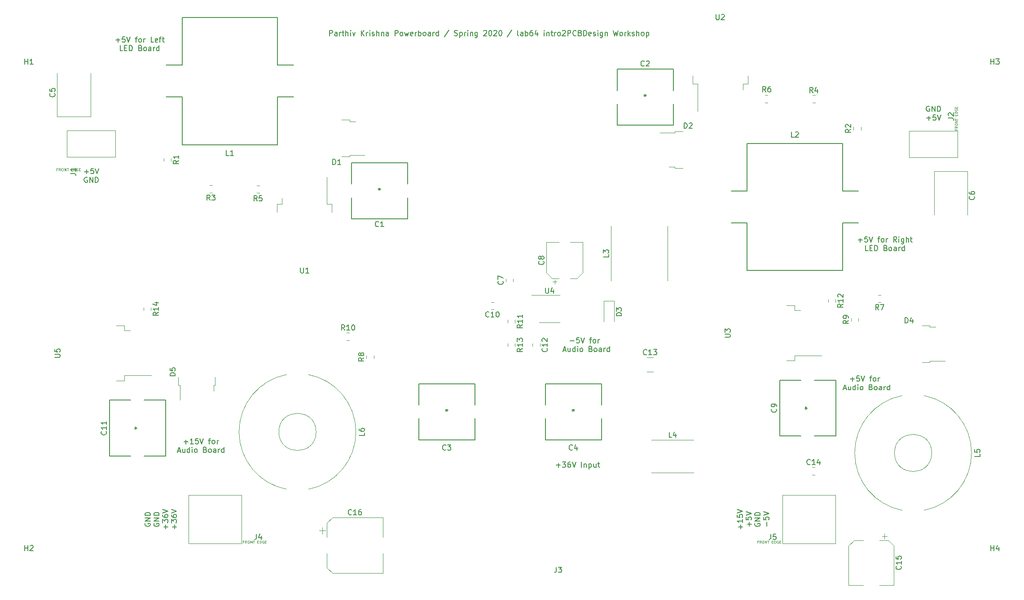
<source format=gbr>
G04 #@! TF.GenerationSoftware,KiCad,Pcbnew,(5.1.5)-3*
G04 #@! TF.CreationDate,2020-05-22T15:31:26-05:00*
G04 #@! TF.ProjectId,Power_Board,506f7765-725f-4426-9f61-72642e6b6963,rev?*
G04 #@! TF.SameCoordinates,Original*
G04 #@! TF.FileFunction,Legend,Top*
G04 #@! TF.FilePolarity,Positive*
%FSLAX46Y46*%
G04 Gerber Fmt 4.6, Leading zero omitted, Abs format (unit mm)*
G04 Created by KiCad (PCBNEW (5.1.5)-3) date 2020-05-22 15:31:26*
%MOMM*%
%LPD*%
G04 APERTURE LIST*
%ADD10C,0.150000*%
%ADD11C,0.152400*%
%ADD12C,0.120000*%
%ADD13C,0.100000*%
G04 APERTURE END LIST*
D10*
X114727941Y-43497760D02*
X114727941Y-42497760D01*
X115108894Y-42497760D01*
X115204132Y-42545380D01*
X115251751Y-42592999D01*
X115299370Y-42688237D01*
X115299370Y-42831094D01*
X115251751Y-42926332D01*
X115204132Y-42973951D01*
X115108894Y-43021570D01*
X114727941Y-43021570D01*
X116156513Y-43497760D02*
X116156513Y-42973951D01*
X116108894Y-42878713D01*
X116013656Y-42831094D01*
X115823180Y-42831094D01*
X115727941Y-42878713D01*
X116156513Y-43450141D02*
X116061275Y-43497760D01*
X115823180Y-43497760D01*
X115727941Y-43450141D01*
X115680322Y-43354903D01*
X115680322Y-43259665D01*
X115727941Y-43164427D01*
X115823180Y-43116808D01*
X116061275Y-43116808D01*
X116156513Y-43069189D01*
X116632703Y-43497760D02*
X116632703Y-42831094D01*
X116632703Y-43021570D02*
X116680322Y-42926332D01*
X116727941Y-42878713D01*
X116823180Y-42831094D01*
X116918418Y-42831094D01*
X117108894Y-42831094D02*
X117489846Y-42831094D01*
X117251751Y-42497760D02*
X117251751Y-43354903D01*
X117299370Y-43450141D01*
X117394608Y-43497760D01*
X117489846Y-43497760D01*
X117823180Y-43497760D02*
X117823180Y-42497760D01*
X118251751Y-43497760D02*
X118251751Y-42973951D01*
X118204132Y-42878713D01*
X118108894Y-42831094D01*
X117966037Y-42831094D01*
X117870799Y-42878713D01*
X117823180Y-42926332D01*
X118727941Y-43497760D02*
X118727941Y-42831094D01*
X118727941Y-42497760D02*
X118680322Y-42545380D01*
X118727941Y-42592999D01*
X118775560Y-42545380D01*
X118727941Y-42497760D01*
X118727941Y-42592999D01*
X119108894Y-42831094D02*
X119346989Y-43497760D01*
X119585084Y-42831094D01*
X120727941Y-43497760D02*
X120727941Y-42497760D01*
X121299370Y-43497760D02*
X120870799Y-42926332D01*
X121299370Y-42497760D02*
X120727941Y-43069189D01*
X121727941Y-43497760D02*
X121727941Y-42831094D01*
X121727941Y-43021570D02*
X121775560Y-42926332D01*
X121823180Y-42878713D01*
X121918418Y-42831094D01*
X122013656Y-42831094D01*
X122346989Y-43497760D02*
X122346989Y-42831094D01*
X122346989Y-42497760D02*
X122299370Y-42545380D01*
X122346989Y-42592999D01*
X122394608Y-42545380D01*
X122346989Y-42497760D01*
X122346989Y-42592999D01*
X122775560Y-43450141D02*
X122870799Y-43497760D01*
X123061275Y-43497760D01*
X123156513Y-43450141D01*
X123204132Y-43354903D01*
X123204132Y-43307284D01*
X123156513Y-43212046D01*
X123061275Y-43164427D01*
X122918418Y-43164427D01*
X122823180Y-43116808D01*
X122775560Y-43021570D01*
X122775560Y-42973951D01*
X122823180Y-42878713D01*
X122918418Y-42831094D01*
X123061275Y-42831094D01*
X123156513Y-42878713D01*
X123632703Y-43497760D02*
X123632703Y-42497760D01*
X124061275Y-43497760D02*
X124061275Y-42973951D01*
X124013656Y-42878713D01*
X123918418Y-42831094D01*
X123775560Y-42831094D01*
X123680322Y-42878713D01*
X123632703Y-42926332D01*
X124537465Y-42831094D02*
X124537465Y-43497760D01*
X124537465Y-42926332D02*
X124585084Y-42878713D01*
X124680322Y-42831094D01*
X124823180Y-42831094D01*
X124918418Y-42878713D01*
X124966037Y-42973951D01*
X124966037Y-43497760D01*
X125870799Y-43497760D02*
X125870799Y-42973951D01*
X125823180Y-42878713D01*
X125727941Y-42831094D01*
X125537465Y-42831094D01*
X125442227Y-42878713D01*
X125870799Y-43450141D02*
X125775560Y-43497760D01*
X125537465Y-43497760D01*
X125442227Y-43450141D01*
X125394608Y-43354903D01*
X125394608Y-43259665D01*
X125442227Y-43164427D01*
X125537465Y-43116808D01*
X125775560Y-43116808D01*
X125870799Y-43069189D01*
X127108894Y-43497760D02*
X127108894Y-42497760D01*
X127489846Y-42497760D01*
X127585084Y-42545380D01*
X127632703Y-42592999D01*
X127680322Y-42688237D01*
X127680322Y-42831094D01*
X127632703Y-42926332D01*
X127585084Y-42973951D01*
X127489846Y-43021570D01*
X127108894Y-43021570D01*
X128251751Y-43497760D02*
X128156513Y-43450141D01*
X128108894Y-43402522D01*
X128061275Y-43307284D01*
X128061275Y-43021570D01*
X128108894Y-42926332D01*
X128156513Y-42878713D01*
X128251751Y-42831094D01*
X128394608Y-42831094D01*
X128489846Y-42878713D01*
X128537465Y-42926332D01*
X128585084Y-43021570D01*
X128585084Y-43307284D01*
X128537465Y-43402522D01*
X128489846Y-43450141D01*
X128394608Y-43497760D01*
X128251751Y-43497760D01*
X128918418Y-42831094D02*
X129108894Y-43497760D01*
X129299370Y-43021570D01*
X129489846Y-43497760D01*
X129680322Y-42831094D01*
X130442227Y-43450141D02*
X130346989Y-43497760D01*
X130156513Y-43497760D01*
X130061275Y-43450141D01*
X130013656Y-43354903D01*
X130013656Y-42973951D01*
X130061275Y-42878713D01*
X130156513Y-42831094D01*
X130346989Y-42831094D01*
X130442227Y-42878713D01*
X130489846Y-42973951D01*
X130489846Y-43069189D01*
X130013656Y-43164427D01*
X130918418Y-43497760D02*
X130918418Y-42831094D01*
X130918418Y-43021570D02*
X130966037Y-42926332D01*
X131013656Y-42878713D01*
X131108894Y-42831094D01*
X131204132Y-42831094D01*
X131537465Y-43497760D02*
X131537465Y-42497760D01*
X131537465Y-42878713D02*
X131632703Y-42831094D01*
X131823180Y-42831094D01*
X131918418Y-42878713D01*
X131966037Y-42926332D01*
X132013656Y-43021570D01*
X132013656Y-43307284D01*
X131966037Y-43402522D01*
X131918418Y-43450141D01*
X131823180Y-43497760D01*
X131632703Y-43497760D01*
X131537465Y-43450141D01*
X132585084Y-43497760D02*
X132489846Y-43450141D01*
X132442227Y-43402522D01*
X132394608Y-43307284D01*
X132394608Y-43021570D01*
X132442227Y-42926332D01*
X132489846Y-42878713D01*
X132585084Y-42831094D01*
X132727941Y-42831094D01*
X132823180Y-42878713D01*
X132870799Y-42926332D01*
X132918418Y-43021570D01*
X132918418Y-43307284D01*
X132870799Y-43402522D01*
X132823180Y-43450141D01*
X132727941Y-43497760D01*
X132585084Y-43497760D01*
X133775560Y-43497760D02*
X133775560Y-42973951D01*
X133727941Y-42878713D01*
X133632703Y-42831094D01*
X133442227Y-42831094D01*
X133346989Y-42878713D01*
X133775560Y-43450141D02*
X133680322Y-43497760D01*
X133442227Y-43497760D01*
X133346989Y-43450141D01*
X133299370Y-43354903D01*
X133299370Y-43259665D01*
X133346989Y-43164427D01*
X133442227Y-43116808D01*
X133680322Y-43116808D01*
X133775560Y-43069189D01*
X134251751Y-43497760D02*
X134251751Y-42831094D01*
X134251751Y-43021570D02*
X134299370Y-42926332D01*
X134346989Y-42878713D01*
X134442227Y-42831094D01*
X134537465Y-42831094D01*
X135299370Y-43497760D02*
X135299370Y-42497760D01*
X135299370Y-43450141D02*
X135204132Y-43497760D01*
X135013656Y-43497760D01*
X134918418Y-43450141D01*
X134870799Y-43402522D01*
X134823180Y-43307284D01*
X134823180Y-43021570D01*
X134870799Y-42926332D01*
X134918418Y-42878713D01*
X135013656Y-42831094D01*
X135204132Y-42831094D01*
X135299370Y-42878713D01*
X137251751Y-42450141D02*
X136394608Y-43735856D01*
X138299370Y-43450141D02*
X138442227Y-43497760D01*
X138680322Y-43497760D01*
X138775560Y-43450141D01*
X138823180Y-43402522D01*
X138870799Y-43307284D01*
X138870799Y-43212046D01*
X138823180Y-43116808D01*
X138775560Y-43069189D01*
X138680322Y-43021570D01*
X138489846Y-42973951D01*
X138394608Y-42926332D01*
X138346989Y-42878713D01*
X138299370Y-42783475D01*
X138299370Y-42688237D01*
X138346989Y-42592999D01*
X138394608Y-42545380D01*
X138489846Y-42497760D01*
X138727941Y-42497760D01*
X138870799Y-42545380D01*
X139299370Y-42831094D02*
X139299370Y-43831094D01*
X139299370Y-42878713D02*
X139394608Y-42831094D01*
X139585084Y-42831094D01*
X139680322Y-42878713D01*
X139727941Y-42926332D01*
X139775560Y-43021570D01*
X139775560Y-43307284D01*
X139727941Y-43402522D01*
X139680322Y-43450141D01*
X139585084Y-43497760D01*
X139394608Y-43497760D01*
X139299370Y-43450141D01*
X140204132Y-43497760D02*
X140204132Y-42831094D01*
X140204132Y-43021570D02*
X140251751Y-42926332D01*
X140299370Y-42878713D01*
X140394608Y-42831094D01*
X140489846Y-42831094D01*
X140823180Y-43497760D02*
X140823180Y-42831094D01*
X140823180Y-42497760D02*
X140775560Y-42545380D01*
X140823180Y-42592999D01*
X140870799Y-42545380D01*
X140823180Y-42497760D01*
X140823180Y-42592999D01*
X141299370Y-42831094D02*
X141299370Y-43497760D01*
X141299370Y-42926332D02*
X141346989Y-42878713D01*
X141442227Y-42831094D01*
X141585084Y-42831094D01*
X141680322Y-42878713D01*
X141727941Y-42973951D01*
X141727941Y-43497760D01*
X142632703Y-42831094D02*
X142632703Y-43640618D01*
X142585084Y-43735856D01*
X142537465Y-43783475D01*
X142442227Y-43831094D01*
X142299370Y-43831094D01*
X142204132Y-43783475D01*
X142632703Y-43450141D02*
X142537465Y-43497760D01*
X142346989Y-43497760D01*
X142251751Y-43450141D01*
X142204132Y-43402522D01*
X142156513Y-43307284D01*
X142156513Y-43021570D01*
X142204132Y-42926332D01*
X142251751Y-42878713D01*
X142346989Y-42831094D01*
X142537465Y-42831094D01*
X142632703Y-42878713D01*
X143823180Y-42592999D02*
X143870799Y-42545380D01*
X143966037Y-42497760D01*
X144204132Y-42497760D01*
X144299370Y-42545380D01*
X144346989Y-42592999D01*
X144394608Y-42688237D01*
X144394608Y-42783475D01*
X144346989Y-42926332D01*
X143775560Y-43497760D01*
X144394608Y-43497760D01*
X145013656Y-42497760D02*
X145108894Y-42497760D01*
X145204132Y-42545380D01*
X145251751Y-42592999D01*
X145299370Y-42688237D01*
X145346989Y-42878713D01*
X145346989Y-43116808D01*
X145299370Y-43307284D01*
X145251751Y-43402522D01*
X145204132Y-43450141D01*
X145108894Y-43497760D01*
X145013656Y-43497760D01*
X144918418Y-43450141D01*
X144870799Y-43402522D01*
X144823180Y-43307284D01*
X144775560Y-43116808D01*
X144775560Y-42878713D01*
X144823180Y-42688237D01*
X144870799Y-42592999D01*
X144918418Y-42545380D01*
X145013656Y-42497760D01*
X145727941Y-42592999D02*
X145775560Y-42545380D01*
X145870799Y-42497760D01*
X146108894Y-42497760D01*
X146204132Y-42545380D01*
X146251751Y-42592999D01*
X146299370Y-42688237D01*
X146299370Y-42783475D01*
X146251751Y-42926332D01*
X145680322Y-43497760D01*
X146299370Y-43497760D01*
X146918418Y-42497760D02*
X147013656Y-42497760D01*
X147108894Y-42545380D01*
X147156513Y-42592999D01*
X147204132Y-42688237D01*
X147251751Y-42878713D01*
X147251751Y-43116808D01*
X147204132Y-43307284D01*
X147156513Y-43402522D01*
X147108894Y-43450141D01*
X147013656Y-43497760D01*
X146918418Y-43497760D01*
X146823180Y-43450141D01*
X146775560Y-43402522D01*
X146727941Y-43307284D01*
X146680322Y-43116808D01*
X146680322Y-42878713D01*
X146727941Y-42688237D01*
X146775560Y-42592999D01*
X146823180Y-42545380D01*
X146918418Y-42497760D01*
X149156513Y-42450141D02*
X148299370Y-43735856D01*
X150394608Y-43497760D02*
X150299370Y-43450141D01*
X150251751Y-43354903D01*
X150251751Y-42497760D01*
X151204132Y-43497760D02*
X151204132Y-42973951D01*
X151156513Y-42878713D01*
X151061275Y-42831094D01*
X150870799Y-42831094D01*
X150775560Y-42878713D01*
X151204132Y-43450141D02*
X151108894Y-43497760D01*
X150870799Y-43497760D01*
X150775560Y-43450141D01*
X150727941Y-43354903D01*
X150727941Y-43259665D01*
X150775560Y-43164427D01*
X150870799Y-43116808D01*
X151108894Y-43116808D01*
X151204132Y-43069189D01*
X151680322Y-43497760D02*
X151680322Y-42497760D01*
X151680322Y-42878713D02*
X151775560Y-42831094D01*
X151966037Y-42831094D01*
X152061275Y-42878713D01*
X152108894Y-42926332D01*
X152156513Y-43021570D01*
X152156513Y-43307284D01*
X152108894Y-43402522D01*
X152061275Y-43450141D01*
X151966037Y-43497760D01*
X151775560Y-43497760D01*
X151680322Y-43450141D01*
X153013656Y-42497760D02*
X152823179Y-42497760D01*
X152727941Y-42545380D01*
X152680322Y-42592999D01*
X152585084Y-42735856D01*
X152537465Y-42926332D01*
X152537465Y-43307284D01*
X152585084Y-43402522D01*
X152632703Y-43450141D01*
X152727941Y-43497760D01*
X152918418Y-43497760D01*
X153013656Y-43450141D01*
X153061275Y-43402522D01*
X153108894Y-43307284D01*
X153108894Y-43069189D01*
X153061275Y-42973951D01*
X153013656Y-42926332D01*
X152918418Y-42878713D01*
X152727941Y-42878713D01*
X152632703Y-42926332D01*
X152585084Y-42973951D01*
X152537465Y-43069189D01*
X153966037Y-42831094D02*
X153966037Y-43497760D01*
X153727941Y-42450141D02*
X153489846Y-43164427D01*
X154108894Y-43164427D01*
X155251751Y-43497760D02*
X155251751Y-42831094D01*
X155251751Y-42497760D02*
X155204132Y-42545380D01*
X155251751Y-42592999D01*
X155299370Y-42545380D01*
X155251751Y-42497760D01*
X155251751Y-42592999D01*
X155727941Y-42831094D02*
X155727941Y-43497760D01*
X155727941Y-42926332D02*
X155775560Y-42878713D01*
X155870799Y-42831094D01*
X156013656Y-42831094D01*
X156108894Y-42878713D01*
X156156513Y-42973951D01*
X156156513Y-43497760D01*
X156489846Y-42831094D02*
X156870799Y-42831094D01*
X156632703Y-42497760D02*
X156632703Y-43354903D01*
X156680322Y-43450141D01*
X156775560Y-43497760D01*
X156870799Y-43497760D01*
X157204132Y-43497760D02*
X157204132Y-42831094D01*
X157204132Y-43021570D02*
X157251751Y-42926332D01*
X157299370Y-42878713D01*
X157394608Y-42831094D01*
X157489846Y-42831094D01*
X157966037Y-43497760D02*
X157870799Y-43450141D01*
X157823180Y-43402522D01*
X157775560Y-43307284D01*
X157775560Y-43021570D01*
X157823180Y-42926332D01*
X157870799Y-42878713D01*
X157966037Y-42831094D01*
X158108894Y-42831094D01*
X158204132Y-42878713D01*
X158251751Y-42926332D01*
X158299370Y-43021570D01*
X158299370Y-43307284D01*
X158251751Y-43402522D01*
X158204132Y-43450141D01*
X158108894Y-43497760D01*
X157966037Y-43497760D01*
X158680322Y-42592999D02*
X158727941Y-42545380D01*
X158823180Y-42497760D01*
X159061275Y-42497760D01*
X159156513Y-42545380D01*
X159204132Y-42592999D01*
X159251751Y-42688237D01*
X159251751Y-42783475D01*
X159204132Y-42926332D01*
X158632703Y-43497760D01*
X159251751Y-43497760D01*
X159680322Y-43497760D02*
X159680322Y-42497760D01*
X160061275Y-42497760D01*
X160156513Y-42545380D01*
X160204132Y-42592999D01*
X160251751Y-42688237D01*
X160251751Y-42831094D01*
X160204132Y-42926332D01*
X160156513Y-42973951D01*
X160061275Y-43021570D01*
X159680322Y-43021570D01*
X161251751Y-43402522D02*
X161204132Y-43450141D01*
X161061275Y-43497760D01*
X160966037Y-43497760D01*
X160823180Y-43450141D01*
X160727941Y-43354903D01*
X160680322Y-43259665D01*
X160632703Y-43069189D01*
X160632703Y-42926332D01*
X160680322Y-42735856D01*
X160727941Y-42640618D01*
X160823180Y-42545380D01*
X160966037Y-42497760D01*
X161061275Y-42497760D01*
X161204132Y-42545380D01*
X161251751Y-42592999D01*
X162013656Y-42973951D02*
X162156513Y-43021570D01*
X162204132Y-43069189D01*
X162251751Y-43164427D01*
X162251751Y-43307284D01*
X162204132Y-43402522D01*
X162156513Y-43450141D01*
X162061275Y-43497760D01*
X161680322Y-43497760D01*
X161680322Y-42497760D01*
X162013656Y-42497760D01*
X162108894Y-42545380D01*
X162156513Y-42592999D01*
X162204132Y-42688237D01*
X162204132Y-42783475D01*
X162156513Y-42878713D01*
X162108894Y-42926332D01*
X162013656Y-42973951D01*
X161680322Y-42973951D01*
X162680322Y-43497760D02*
X162680322Y-42497760D01*
X162918418Y-42497760D01*
X163061275Y-42545380D01*
X163156513Y-42640618D01*
X163204132Y-42735856D01*
X163251751Y-42926332D01*
X163251751Y-43069189D01*
X163204132Y-43259665D01*
X163156513Y-43354903D01*
X163061275Y-43450141D01*
X162918418Y-43497760D01*
X162680322Y-43497760D01*
X164061275Y-43450141D02*
X163966037Y-43497760D01*
X163775560Y-43497760D01*
X163680322Y-43450141D01*
X163632703Y-43354903D01*
X163632703Y-42973951D01*
X163680322Y-42878713D01*
X163775560Y-42831094D01*
X163966037Y-42831094D01*
X164061275Y-42878713D01*
X164108894Y-42973951D01*
X164108894Y-43069189D01*
X163632703Y-43164427D01*
X164489846Y-43450141D02*
X164585084Y-43497760D01*
X164775560Y-43497760D01*
X164870799Y-43450141D01*
X164918418Y-43354903D01*
X164918418Y-43307284D01*
X164870799Y-43212046D01*
X164775560Y-43164427D01*
X164632703Y-43164427D01*
X164537465Y-43116808D01*
X164489846Y-43021570D01*
X164489846Y-42973951D01*
X164537465Y-42878713D01*
X164632703Y-42831094D01*
X164775560Y-42831094D01*
X164870799Y-42878713D01*
X165346989Y-43497760D02*
X165346989Y-42831094D01*
X165346989Y-42497760D02*
X165299370Y-42545380D01*
X165346989Y-42592999D01*
X165394608Y-42545380D01*
X165346989Y-42497760D01*
X165346989Y-42592999D01*
X166251751Y-42831094D02*
X166251751Y-43640618D01*
X166204132Y-43735856D01*
X166156513Y-43783475D01*
X166061275Y-43831094D01*
X165918418Y-43831094D01*
X165823180Y-43783475D01*
X166251751Y-43450141D02*
X166156513Y-43497760D01*
X165966037Y-43497760D01*
X165870799Y-43450141D01*
X165823180Y-43402522D01*
X165775560Y-43307284D01*
X165775560Y-43021570D01*
X165823180Y-42926332D01*
X165870799Y-42878713D01*
X165966037Y-42831094D01*
X166156513Y-42831094D01*
X166251751Y-42878713D01*
X166727941Y-42831094D02*
X166727941Y-43497760D01*
X166727941Y-42926332D02*
X166775560Y-42878713D01*
X166870799Y-42831094D01*
X167013656Y-42831094D01*
X167108894Y-42878713D01*
X167156513Y-42973951D01*
X167156513Y-43497760D01*
X168299370Y-42497760D02*
X168537465Y-43497760D01*
X168727941Y-42783475D01*
X168918418Y-43497760D01*
X169156513Y-42497760D01*
X169680322Y-43497760D02*
X169585084Y-43450141D01*
X169537465Y-43402522D01*
X169489846Y-43307284D01*
X169489846Y-43021570D01*
X169537465Y-42926332D01*
X169585084Y-42878713D01*
X169680322Y-42831094D01*
X169823179Y-42831094D01*
X169918418Y-42878713D01*
X169966037Y-42926332D01*
X170013656Y-43021570D01*
X170013656Y-43307284D01*
X169966037Y-43402522D01*
X169918418Y-43450141D01*
X169823179Y-43497760D01*
X169680322Y-43497760D01*
X170442227Y-43497760D02*
X170442227Y-42831094D01*
X170442227Y-43021570D02*
X170489846Y-42926332D01*
X170537465Y-42878713D01*
X170632703Y-42831094D01*
X170727941Y-42831094D01*
X171061275Y-43497760D02*
X171061275Y-42497760D01*
X171156513Y-43116808D02*
X171442227Y-43497760D01*
X171442227Y-42831094D02*
X171061275Y-43212046D01*
X171823179Y-43450141D02*
X171918418Y-43497760D01*
X172108894Y-43497760D01*
X172204132Y-43450141D01*
X172251751Y-43354903D01*
X172251751Y-43307284D01*
X172204132Y-43212046D01*
X172108894Y-43164427D01*
X171966037Y-43164427D01*
X171870799Y-43116808D01*
X171823179Y-43021570D01*
X171823179Y-42973951D01*
X171870799Y-42878713D01*
X171966037Y-42831094D01*
X172108894Y-42831094D01*
X172204132Y-42878713D01*
X172680322Y-43497760D02*
X172680322Y-42497760D01*
X173108894Y-43497760D02*
X173108894Y-42973951D01*
X173061275Y-42878713D01*
X172966037Y-42831094D01*
X172823179Y-42831094D01*
X172727941Y-42878713D01*
X172680322Y-42926332D01*
X173727941Y-43497760D02*
X173632703Y-43450141D01*
X173585084Y-43402522D01*
X173537465Y-43307284D01*
X173537465Y-43021570D01*
X173585084Y-42926332D01*
X173632703Y-42878713D01*
X173727941Y-42831094D01*
X173870799Y-42831094D01*
X173966037Y-42878713D01*
X174013656Y-42926332D01*
X174061275Y-43021570D01*
X174061275Y-43307284D01*
X174013656Y-43402522D01*
X173966037Y-43450141D01*
X173870799Y-43497760D01*
X173727941Y-43497760D01*
X174489846Y-42831094D02*
X174489846Y-43831094D01*
X174489846Y-42878713D02*
X174585084Y-42831094D01*
X174775560Y-42831094D01*
X174870799Y-42878713D01*
X174918418Y-42926332D01*
X174966037Y-43021570D01*
X174966037Y-43307284D01*
X174918418Y-43402522D01*
X174870799Y-43450141D01*
X174775560Y-43497760D01*
X174585084Y-43497760D01*
X174489846Y-43450141D01*
X74448500Y-44316428D02*
X75210404Y-44316428D01*
X74829452Y-44697380D02*
X74829452Y-43935476D01*
X76162785Y-43697380D02*
X75686595Y-43697380D01*
X75638976Y-44173571D01*
X75686595Y-44125952D01*
X75781833Y-44078333D01*
X76019928Y-44078333D01*
X76115166Y-44125952D01*
X76162785Y-44173571D01*
X76210404Y-44268809D01*
X76210404Y-44506904D01*
X76162785Y-44602142D01*
X76115166Y-44649761D01*
X76019928Y-44697380D01*
X75781833Y-44697380D01*
X75686595Y-44649761D01*
X75638976Y-44602142D01*
X76496119Y-43697380D02*
X76829452Y-44697380D01*
X77162785Y-43697380D01*
X78115166Y-44030714D02*
X78496119Y-44030714D01*
X78258023Y-44697380D02*
X78258023Y-43840238D01*
X78305642Y-43745000D01*
X78400880Y-43697380D01*
X78496119Y-43697380D01*
X78972309Y-44697380D02*
X78877071Y-44649761D01*
X78829452Y-44602142D01*
X78781833Y-44506904D01*
X78781833Y-44221190D01*
X78829452Y-44125952D01*
X78877071Y-44078333D01*
X78972309Y-44030714D01*
X79115166Y-44030714D01*
X79210404Y-44078333D01*
X79258023Y-44125952D01*
X79305642Y-44221190D01*
X79305642Y-44506904D01*
X79258023Y-44602142D01*
X79210404Y-44649761D01*
X79115166Y-44697380D01*
X78972309Y-44697380D01*
X79734214Y-44697380D02*
X79734214Y-44030714D01*
X79734214Y-44221190D02*
X79781833Y-44125952D01*
X79829452Y-44078333D01*
X79924690Y-44030714D01*
X80019928Y-44030714D01*
X81591357Y-44697380D02*
X81115166Y-44697380D01*
X81115166Y-43697380D01*
X82305642Y-44649761D02*
X82210404Y-44697380D01*
X82019928Y-44697380D01*
X81924690Y-44649761D01*
X81877071Y-44554523D01*
X81877071Y-44173571D01*
X81924690Y-44078333D01*
X82019928Y-44030714D01*
X82210404Y-44030714D01*
X82305642Y-44078333D01*
X82353261Y-44173571D01*
X82353261Y-44268809D01*
X81877071Y-44364047D01*
X82638976Y-44030714D02*
X83019928Y-44030714D01*
X82781833Y-44697380D02*
X82781833Y-43840238D01*
X82829452Y-43745000D01*
X82924690Y-43697380D01*
X83019928Y-43697380D01*
X83210404Y-44030714D02*
X83591357Y-44030714D01*
X83353261Y-43697380D02*
X83353261Y-44554523D01*
X83400880Y-44649761D01*
X83496119Y-44697380D01*
X83591357Y-44697380D01*
X75758023Y-46347380D02*
X75281833Y-46347380D01*
X75281833Y-45347380D01*
X76091357Y-45823571D02*
X76424690Y-45823571D01*
X76567547Y-46347380D02*
X76091357Y-46347380D01*
X76091357Y-45347380D01*
X76567547Y-45347380D01*
X76996119Y-46347380D02*
X76996119Y-45347380D01*
X77234214Y-45347380D01*
X77377071Y-45395000D01*
X77472309Y-45490238D01*
X77519928Y-45585476D01*
X77567547Y-45775952D01*
X77567547Y-45918809D01*
X77519928Y-46109285D01*
X77472309Y-46204523D01*
X77377071Y-46299761D01*
X77234214Y-46347380D01*
X76996119Y-46347380D01*
X79091357Y-45823571D02*
X79234214Y-45871190D01*
X79281833Y-45918809D01*
X79329452Y-46014047D01*
X79329452Y-46156904D01*
X79281833Y-46252142D01*
X79234214Y-46299761D01*
X79138976Y-46347380D01*
X78758023Y-46347380D01*
X78758023Y-45347380D01*
X79091357Y-45347380D01*
X79186595Y-45395000D01*
X79234214Y-45442619D01*
X79281833Y-45537857D01*
X79281833Y-45633095D01*
X79234214Y-45728333D01*
X79186595Y-45775952D01*
X79091357Y-45823571D01*
X78758023Y-45823571D01*
X79900880Y-46347380D02*
X79805642Y-46299761D01*
X79758023Y-46252142D01*
X79710404Y-46156904D01*
X79710404Y-45871190D01*
X79758023Y-45775952D01*
X79805642Y-45728333D01*
X79900880Y-45680714D01*
X80043738Y-45680714D01*
X80138976Y-45728333D01*
X80186595Y-45775952D01*
X80234214Y-45871190D01*
X80234214Y-46156904D01*
X80186595Y-46252142D01*
X80138976Y-46299761D01*
X80043738Y-46347380D01*
X79900880Y-46347380D01*
X81091357Y-46347380D02*
X81091357Y-45823571D01*
X81043738Y-45728333D01*
X80948500Y-45680714D01*
X80758023Y-45680714D01*
X80662785Y-45728333D01*
X81091357Y-46299761D02*
X80996119Y-46347380D01*
X80758023Y-46347380D01*
X80662785Y-46299761D01*
X80615166Y-46204523D01*
X80615166Y-46109285D01*
X80662785Y-46014047D01*
X80758023Y-45966428D01*
X80996119Y-45966428D01*
X81091357Y-45918809D01*
X81567547Y-46347380D02*
X81567547Y-45680714D01*
X81567547Y-45871190D02*
X81615166Y-45775952D01*
X81662785Y-45728333D01*
X81758023Y-45680714D01*
X81853261Y-45680714D01*
X82615166Y-46347380D02*
X82615166Y-45347380D01*
X82615166Y-46299761D02*
X82519928Y-46347380D01*
X82329452Y-46347380D01*
X82234214Y-46299761D01*
X82186595Y-46252142D01*
X82138976Y-46156904D01*
X82138976Y-45871190D01*
X82186595Y-45775952D01*
X82234214Y-45728333D01*
X82329452Y-45680714D01*
X82519928Y-45680714D01*
X82615166Y-45728333D01*
X87307183Y-120155508D02*
X88069088Y-120155508D01*
X87688136Y-120536460D02*
X87688136Y-119774556D01*
X89069088Y-120536460D02*
X88497660Y-120536460D01*
X88783374Y-120536460D02*
X88783374Y-119536460D01*
X88688136Y-119679318D01*
X88592898Y-119774556D01*
X88497660Y-119822175D01*
X89973850Y-119536460D02*
X89497660Y-119536460D01*
X89450040Y-120012651D01*
X89497660Y-119965032D01*
X89592898Y-119917413D01*
X89830993Y-119917413D01*
X89926231Y-119965032D01*
X89973850Y-120012651D01*
X90021469Y-120107889D01*
X90021469Y-120345984D01*
X89973850Y-120441222D01*
X89926231Y-120488841D01*
X89830993Y-120536460D01*
X89592898Y-120536460D01*
X89497660Y-120488841D01*
X89450040Y-120441222D01*
X90307183Y-119536460D02*
X90640517Y-120536460D01*
X90973850Y-119536460D01*
X91926231Y-119869794D02*
X92307183Y-119869794D01*
X92069088Y-120536460D02*
X92069088Y-119679318D01*
X92116707Y-119584080D01*
X92211945Y-119536460D01*
X92307183Y-119536460D01*
X92783374Y-120536460D02*
X92688136Y-120488841D01*
X92640517Y-120441222D01*
X92592898Y-120345984D01*
X92592898Y-120060270D01*
X92640517Y-119965032D01*
X92688136Y-119917413D01*
X92783374Y-119869794D01*
X92926231Y-119869794D01*
X93021469Y-119917413D01*
X93069088Y-119965032D01*
X93116707Y-120060270D01*
X93116707Y-120345984D01*
X93069088Y-120441222D01*
X93021469Y-120488841D01*
X92926231Y-120536460D01*
X92783374Y-120536460D01*
X93545279Y-120536460D02*
X93545279Y-119869794D01*
X93545279Y-120060270D02*
X93592898Y-119965032D01*
X93640517Y-119917413D01*
X93735755Y-119869794D01*
X93830993Y-119869794D01*
X86116707Y-121900746D02*
X86592898Y-121900746D01*
X86021469Y-122186460D02*
X86354802Y-121186460D01*
X86688136Y-122186460D01*
X87450040Y-121519794D02*
X87450040Y-122186460D01*
X87021469Y-121519794D02*
X87021469Y-122043603D01*
X87069088Y-122138841D01*
X87164326Y-122186460D01*
X87307183Y-122186460D01*
X87402421Y-122138841D01*
X87450040Y-122091222D01*
X88354802Y-122186460D02*
X88354802Y-121186460D01*
X88354802Y-122138841D02*
X88259564Y-122186460D01*
X88069088Y-122186460D01*
X87973850Y-122138841D01*
X87926231Y-122091222D01*
X87878612Y-121995984D01*
X87878612Y-121710270D01*
X87926231Y-121615032D01*
X87973850Y-121567413D01*
X88069088Y-121519794D01*
X88259564Y-121519794D01*
X88354802Y-121567413D01*
X88830993Y-122186460D02*
X88830993Y-121519794D01*
X88830993Y-121186460D02*
X88783374Y-121234080D01*
X88830993Y-121281699D01*
X88878612Y-121234080D01*
X88830993Y-121186460D01*
X88830993Y-121281699D01*
X89450040Y-122186460D02*
X89354802Y-122138841D01*
X89307183Y-122091222D01*
X89259564Y-121995984D01*
X89259564Y-121710270D01*
X89307183Y-121615032D01*
X89354802Y-121567413D01*
X89450040Y-121519794D01*
X89592898Y-121519794D01*
X89688136Y-121567413D01*
X89735755Y-121615032D01*
X89783374Y-121710270D01*
X89783374Y-121995984D01*
X89735755Y-122091222D01*
X89688136Y-122138841D01*
X89592898Y-122186460D01*
X89450040Y-122186460D01*
X91307183Y-121662651D02*
X91450040Y-121710270D01*
X91497660Y-121757889D01*
X91545279Y-121853127D01*
X91545279Y-121995984D01*
X91497660Y-122091222D01*
X91450040Y-122138841D01*
X91354802Y-122186460D01*
X90973850Y-122186460D01*
X90973850Y-121186460D01*
X91307183Y-121186460D01*
X91402421Y-121234080D01*
X91450040Y-121281699D01*
X91497660Y-121376937D01*
X91497660Y-121472175D01*
X91450040Y-121567413D01*
X91402421Y-121615032D01*
X91307183Y-121662651D01*
X90973850Y-121662651D01*
X92116707Y-122186460D02*
X92021469Y-122138841D01*
X91973850Y-122091222D01*
X91926231Y-121995984D01*
X91926231Y-121710270D01*
X91973850Y-121615032D01*
X92021469Y-121567413D01*
X92116707Y-121519794D01*
X92259564Y-121519794D01*
X92354802Y-121567413D01*
X92402421Y-121615032D01*
X92450040Y-121710270D01*
X92450040Y-121995984D01*
X92402421Y-122091222D01*
X92354802Y-122138841D01*
X92259564Y-122186460D01*
X92116707Y-122186460D01*
X93307183Y-122186460D02*
X93307183Y-121662651D01*
X93259564Y-121567413D01*
X93164326Y-121519794D01*
X92973850Y-121519794D01*
X92878612Y-121567413D01*
X93307183Y-122138841D02*
X93211945Y-122186460D01*
X92973850Y-122186460D01*
X92878612Y-122138841D01*
X92830993Y-122043603D01*
X92830993Y-121948365D01*
X92878612Y-121853127D01*
X92973850Y-121805508D01*
X93211945Y-121805508D01*
X93307183Y-121757889D01*
X93783374Y-122186460D02*
X93783374Y-121519794D01*
X93783374Y-121710270D02*
X93830993Y-121615032D01*
X93878612Y-121567413D01*
X93973850Y-121519794D01*
X94069088Y-121519794D01*
X94830993Y-122186460D02*
X94830993Y-121186460D01*
X94830993Y-122138841D02*
X94735755Y-122186460D01*
X94545279Y-122186460D01*
X94450040Y-122138841D01*
X94402421Y-122091222D01*
X94354802Y-121995984D01*
X94354802Y-121710270D01*
X94402421Y-121615032D01*
X94450040Y-121567413D01*
X94545279Y-121519794D01*
X94735755Y-121519794D01*
X94830993Y-121567413D01*
X160122621Y-101113128D02*
X160884526Y-101113128D01*
X161836907Y-100494080D02*
X161360717Y-100494080D01*
X161313098Y-100970271D01*
X161360717Y-100922652D01*
X161455955Y-100875033D01*
X161694050Y-100875033D01*
X161789288Y-100922652D01*
X161836907Y-100970271D01*
X161884526Y-101065509D01*
X161884526Y-101303604D01*
X161836907Y-101398842D01*
X161789288Y-101446461D01*
X161694050Y-101494080D01*
X161455955Y-101494080D01*
X161360717Y-101446461D01*
X161313098Y-101398842D01*
X162170240Y-100494080D02*
X162503574Y-101494080D01*
X162836907Y-100494080D01*
X163789288Y-100827414D02*
X164170240Y-100827414D01*
X163932145Y-101494080D02*
X163932145Y-100636938D01*
X163979764Y-100541700D01*
X164075002Y-100494080D01*
X164170240Y-100494080D01*
X164646431Y-101494080D02*
X164551193Y-101446461D01*
X164503574Y-101398842D01*
X164455955Y-101303604D01*
X164455955Y-101017890D01*
X164503574Y-100922652D01*
X164551193Y-100875033D01*
X164646431Y-100827414D01*
X164789288Y-100827414D01*
X164884526Y-100875033D01*
X164932145Y-100922652D01*
X164979764Y-101017890D01*
X164979764Y-101303604D01*
X164932145Y-101398842D01*
X164884526Y-101446461D01*
X164789288Y-101494080D01*
X164646431Y-101494080D01*
X165408336Y-101494080D02*
X165408336Y-100827414D01*
X165408336Y-101017890D02*
X165455955Y-100922652D01*
X165503574Y-100875033D01*
X165598812Y-100827414D01*
X165694050Y-100827414D01*
X158836907Y-102858366D02*
X159313098Y-102858366D01*
X158741669Y-103144080D02*
X159075002Y-102144080D01*
X159408336Y-103144080D01*
X160170240Y-102477414D02*
X160170240Y-103144080D01*
X159741669Y-102477414D02*
X159741669Y-103001223D01*
X159789288Y-103096461D01*
X159884526Y-103144080D01*
X160027383Y-103144080D01*
X160122621Y-103096461D01*
X160170240Y-103048842D01*
X161075002Y-103144080D02*
X161075002Y-102144080D01*
X161075002Y-103096461D02*
X160979764Y-103144080D01*
X160789288Y-103144080D01*
X160694050Y-103096461D01*
X160646431Y-103048842D01*
X160598812Y-102953604D01*
X160598812Y-102667890D01*
X160646431Y-102572652D01*
X160694050Y-102525033D01*
X160789288Y-102477414D01*
X160979764Y-102477414D01*
X161075002Y-102525033D01*
X161551193Y-103144080D02*
X161551193Y-102477414D01*
X161551193Y-102144080D02*
X161503574Y-102191700D01*
X161551193Y-102239319D01*
X161598812Y-102191700D01*
X161551193Y-102144080D01*
X161551193Y-102239319D01*
X162170240Y-103144080D02*
X162075002Y-103096461D01*
X162027383Y-103048842D01*
X161979764Y-102953604D01*
X161979764Y-102667890D01*
X162027383Y-102572652D01*
X162075002Y-102525033D01*
X162170240Y-102477414D01*
X162313098Y-102477414D01*
X162408336Y-102525033D01*
X162455955Y-102572652D01*
X162503574Y-102667890D01*
X162503574Y-102953604D01*
X162455955Y-103048842D01*
X162408336Y-103096461D01*
X162313098Y-103144080D01*
X162170240Y-103144080D01*
X164027383Y-102620271D02*
X164170240Y-102667890D01*
X164217860Y-102715509D01*
X164265479Y-102810747D01*
X164265479Y-102953604D01*
X164217860Y-103048842D01*
X164170240Y-103096461D01*
X164075002Y-103144080D01*
X163694050Y-103144080D01*
X163694050Y-102144080D01*
X164027383Y-102144080D01*
X164122621Y-102191700D01*
X164170240Y-102239319D01*
X164217860Y-102334557D01*
X164217860Y-102429795D01*
X164170240Y-102525033D01*
X164122621Y-102572652D01*
X164027383Y-102620271D01*
X163694050Y-102620271D01*
X164836907Y-103144080D02*
X164741669Y-103096461D01*
X164694050Y-103048842D01*
X164646431Y-102953604D01*
X164646431Y-102667890D01*
X164694050Y-102572652D01*
X164741669Y-102525033D01*
X164836907Y-102477414D01*
X164979764Y-102477414D01*
X165075002Y-102525033D01*
X165122621Y-102572652D01*
X165170240Y-102667890D01*
X165170240Y-102953604D01*
X165122621Y-103048842D01*
X165075002Y-103096461D01*
X164979764Y-103144080D01*
X164836907Y-103144080D01*
X166027383Y-103144080D02*
X166027383Y-102620271D01*
X165979764Y-102525033D01*
X165884526Y-102477414D01*
X165694050Y-102477414D01*
X165598812Y-102525033D01*
X166027383Y-103096461D02*
X165932145Y-103144080D01*
X165694050Y-103144080D01*
X165598812Y-103096461D01*
X165551193Y-103001223D01*
X165551193Y-102905985D01*
X165598812Y-102810747D01*
X165694050Y-102763128D01*
X165932145Y-102763128D01*
X166027383Y-102715509D01*
X166503574Y-103144080D02*
X166503574Y-102477414D01*
X166503574Y-102667890D02*
X166551193Y-102572652D01*
X166598812Y-102525033D01*
X166694050Y-102477414D01*
X166789288Y-102477414D01*
X167551193Y-103144080D02*
X167551193Y-102144080D01*
X167551193Y-103096461D02*
X167455955Y-103144080D01*
X167265479Y-103144080D01*
X167170240Y-103096461D01*
X167122621Y-103048842D01*
X167075002Y-102953604D01*
X167075002Y-102667890D01*
X167122621Y-102572652D01*
X167170240Y-102525033D01*
X167265479Y-102477414D01*
X167455955Y-102477414D01*
X167551193Y-102525033D01*
X212967321Y-108339428D02*
X213729226Y-108339428D01*
X213348274Y-108720380D02*
X213348274Y-107958476D01*
X214681607Y-107720380D02*
X214205417Y-107720380D01*
X214157798Y-108196571D01*
X214205417Y-108148952D01*
X214300655Y-108101333D01*
X214538750Y-108101333D01*
X214633988Y-108148952D01*
X214681607Y-108196571D01*
X214729226Y-108291809D01*
X214729226Y-108529904D01*
X214681607Y-108625142D01*
X214633988Y-108672761D01*
X214538750Y-108720380D01*
X214300655Y-108720380D01*
X214205417Y-108672761D01*
X214157798Y-108625142D01*
X215014940Y-107720380D02*
X215348274Y-108720380D01*
X215681607Y-107720380D01*
X216633988Y-108053714D02*
X217014940Y-108053714D01*
X216776845Y-108720380D02*
X216776845Y-107863238D01*
X216824464Y-107768000D01*
X216919702Y-107720380D01*
X217014940Y-107720380D01*
X217491131Y-108720380D02*
X217395893Y-108672761D01*
X217348274Y-108625142D01*
X217300655Y-108529904D01*
X217300655Y-108244190D01*
X217348274Y-108148952D01*
X217395893Y-108101333D01*
X217491131Y-108053714D01*
X217633988Y-108053714D01*
X217729226Y-108101333D01*
X217776845Y-108148952D01*
X217824464Y-108244190D01*
X217824464Y-108529904D01*
X217776845Y-108625142D01*
X217729226Y-108672761D01*
X217633988Y-108720380D01*
X217491131Y-108720380D01*
X218253036Y-108720380D02*
X218253036Y-108053714D01*
X218253036Y-108244190D02*
X218300655Y-108148952D01*
X218348274Y-108101333D01*
X218443512Y-108053714D01*
X218538750Y-108053714D01*
X211681607Y-110084666D02*
X212157798Y-110084666D01*
X211586369Y-110370380D02*
X211919702Y-109370380D01*
X212253036Y-110370380D01*
X213014940Y-109703714D02*
X213014940Y-110370380D01*
X212586369Y-109703714D02*
X212586369Y-110227523D01*
X212633988Y-110322761D01*
X212729226Y-110370380D01*
X212872083Y-110370380D01*
X212967321Y-110322761D01*
X213014940Y-110275142D01*
X213919702Y-110370380D02*
X213919702Y-109370380D01*
X213919702Y-110322761D02*
X213824464Y-110370380D01*
X213633988Y-110370380D01*
X213538750Y-110322761D01*
X213491131Y-110275142D01*
X213443512Y-110179904D01*
X213443512Y-109894190D01*
X213491131Y-109798952D01*
X213538750Y-109751333D01*
X213633988Y-109703714D01*
X213824464Y-109703714D01*
X213919702Y-109751333D01*
X214395893Y-110370380D02*
X214395893Y-109703714D01*
X214395893Y-109370380D02*
X214348274Y-109418000D01*
X214395893Y-109465619D01*
X214443512Y-109418000D01*
X214395893Y-109370380D01*
X214395893Y-109465619D01*
X215014940Y-110370380D02*
X214919702Y-110322761D01*
X214872083Y-110275142D01*
X214824464Y-110179904D01*
X214824464Y-109894190D01*
X214872083Y-109798952D01*
X214919702Y-109751333D01*
X215014940Y-109703714D01*
X215157798Y-109703714D01*
X215253036Y-109751333D01*
X215300655Y-109798952D01*
X215348274Y-109894190D01*
X215348274Y-110179904D01*
X215300655Y-110275142D01*
X215253036Y-110322761D01*
X215157798Y-110370380D01*
X215014940Y-110370380D01*
X216872083Y-109846571D02*
X217014940Y-109894190D01*
X217062560Y-109941809D01*
X217110179Y-110037047D01*
X217110179Y-110179904D01*
X217062560Y-110275142D01*
X217014940Y-110322761D01*
X216919702Y-110370380D01*
X216538750Y-110370380D01*
X216538750Y-109370380D01*
X216872083Y-109370380D01*
X216967321Y-109418000D01*
X217014940Y-109465619D01*
X217062560Y-109560857D01*
X217062560Y-109656095D01*
X217014940Y-109751333D01*
X216967321Y-109798952D01*
X216872083Y-109846571D01*
X216538750Y-109846571D01*
X217681607Y-110370380D02*
X217586369Y-110322761D01*
X217538750Y-110275142D01*
X217491131Y-110179904D01*
X217491131Y-109894190D01*
X217538750Y-109798952D01*
X217586369Y-109751333D01*
X217681607Y-109703714D01*
X217824464Y-109703714D01*
X217919702Y-109751333D01*
X217967321Y-109798952D01*
X218014940Y-109894190D01*
X218014940Y-110179904D01*
X217967321Y-110275142D01*
X217919702Y-110322761D01*
X217824464Y-110370380D01*
X217681607Y-110370380D01*
X218872083Y-110370380D02*
X218872083Y-109846571D01*
X218824464Y-109751333D01*
X218729226Y-109703714D01*
X218538750Y-109703714D01*
X218443512Y-109751333D01*
X218872083Y-110322761D02*
X218776845Y-110370380D01*
X218538750Y-110370380D01*
X218443512Y-110322761D01*
X218395893Y-110227523D01*
X218395893Y-110132285D01*
X218443512Y-110037047D01*
X218538750Y-109989428D01*
X218776845Y-109989428D01*
X218872083Y-109941809D01*
X219348274Y-110370380D02*
X219348274Y-109703714D01*
X219348274Y-109894190D02*
X219395893Y-109798952D01*
X219443512Y-109751333D01*
X219538750Y-109703714D01*
X219633988Y-109703714D01*
X220395893Y-110370380D02*
X220395893Y-109370380D01*
X220395893Y-110322761D02*
X220300655Y-110370380D01*
X220110179Y-110370380D01*
X220014940Y-110322761D01*
X219967321Y-110275142D01*
X219919702Y-110179904D01*
X219919702Y-109894190D01*
X219967321Y-109798952D01*
X220014940Y-109751333D01*
X220110179Y-109703714D01*
X220300655Y-109703714D01*
X220395893Y-109751333D01*
X214480230Y-82060348D02*
X215242135Y-82060348D01*
X214861182Y-82441300D02*
X214861182Y-81679396D01*
X216194516Y-81441300D02*
X215718325Y-81441300D01*
X215670706Y-81917491D01*
X215718325Y-81869872D01*
X215813563Y-81822253D01*
X216051659Y-81822253D01*
X216146897Y-81869872D01*
X216194516Y-81917491D01*
X216242135Y-82012729D01*
X216242135Y-82250824D01*
X216194516Y-82346062D01*
X216146897Y-82393681D01*
X216051659Y-82441300D01*
X215813563Y-82441300D01*
X215718325Y-82393681D01*
X215670706Y-82346062D01*
X216527849Y-81441300D02*
X216861182Y-82441300D01*
X217194516Y-81441300D01*
X218146897Y-81774634D02*
X218527849Y-81774634D01*
X218289754Y-82441300D02*
X218289754Y-81584158D01*
X218337373Y-81488920D01*
X218432611Y-81441300D01*
X218527849Y-81441300D01*
X219004040Y-82441300D02*
X218908801Y-82393681D01*
X218861182Y-82346062D01*
X218813563Y-82250824D01*
X218813563Y-81965110D01*
X218861182Y-81869872D01*
X218908801Y-81822253D01*
X219004040Y-81774634D01*
X219146897Y-81774634D01*
X219242135Y-81822253D01*
X219289754Y-81869872D01*
X219337373Y-81965110D01*
X219337373Y-82250824D01*
X219289754Y-82346062D01*
X219242135Y-82393681D01*
X219146897Y-82441300D01*
X219004040Y-82441300D01*
X219765944Y-82441300D02*
X219765944Y-81774634D01*
X219765944Y-81965110D02*
X219813563Y-81869872D01*
X219861182Y-81822253D01*
X219956420Y-81774634D01*
X220051659Y-81774634D01*
X221718325Y-82441300D02*
X221384992Y-81965110D01*
X221146897Y-82441300D02*
X221146897Y-81441300D01*
X221527849Y-81441300D01*
X221623087Y-81488920D01*
X221670706Y-81536539D01*
X221718325Y-81631777D01*
X221718325Y-81774634D01*
X221670706Y-81869872D01*
X221623087Y-81917491D01*
X221527849Y-81965110D01*
X221146897Y-81965110D01*
X222146897Y-82441300D02*
X222146897Y-81774634D01*
X222146897Y-81441300D02*
X222099278Y-81488920D01*
X222146897Y-81536539D01*
X222194516Y-81488920D01*
X222146897Y-81441300D01*
X222146897Y-81536539D01*
X223051659Y-81774634D02*
X223051659Y-82584158D01*
X223004040Y-82679396D01*
X222956420Y-82727015D01*
X222861182Y-82774634D01*
X222718325Y-82774634D01*
X222623087Y-82727015D01*
X223051659Y-82393681D02*
X222956420Y-82441300D01*
X222765944Y-82441300D01*
X222670706Y-82393681D01*
X222623087Y-82346062D01*
X222575468Y-82250824D01*
X222575468Y-81965110D01*
X222623087Y-81869872D01*
X222670706Y-81822253D01*
X222765944Y-81774634D01*
X222956420Y-81774634D01*
X223051659Y-81822253D01*
X223527849Y-82441300D02*
X223527849Y-81441300D01*
X223956420Y-82441300D02*
X223956420Y-81917491D01*
X223908801Y-81822253D01*
X223813563Y-81774634D01*
X223670706Y-81774634D01*
X223575468Y-81822253D01*
X223527849Y-81869872D01*
X224289754Y-81774634D02*
X224670706Y-81774634D01*
X224432611Y-81441300D02*
X224432611Y-82298443D01*
X224480230Y-82393681D01*
X224575468Y-82441300D01*
X224670706Y-82441300D01*
X216313563Y-84091300D02*
X215837373Y-84091300D01*
X215837373Y-83091300D01*
X216646897Y-83567491D02*
X216980230Y-83567491D01*
X217123087Y-84091300D02*
X216646897Y-84091300D01*
X216646897Y-83091300D01*
X217123087Y-83091300D01*
X217551659Y-84091300D02*
X217551659Y-83091300D01*
X217789754Y-83091300D01*
X217932611Y-83138920D01*
X218027849Y-83234158D01*
X218075468Y-83329396D01*
X218123087Y-83519872D01*
X218123087Y-83662729D01*
X218075468Y-83853205D01*
X218027849Y-83948443D01*
X217932611Y-84043681D01*
X217789754Y-84091300D01*
X217551659Y-84091300D01*
X219646897Y-83567491D02*
X219789754Y-83615110D01*
X219837373Y-83662729D01*
X219884992Y-83757967D01*
X219884992Y-83900824D01*
X219837373Y-83996062D01*
X219789754Y-84043681D01*
X219694516Y-84091300D01*
X219313563Y-84091300D01*
X219313563Y-83091300D01*
X219646897Y-83091300D01*
X219742135Y-83138920D01*
X219789754Y-83186539D01*
X219837373Y-83281777D01*
X219837373Y-83377015D01*
X219789754Y-83472253D01*
X219742135Y-83519872D01*
X219646897Y-83567491D01*
X219313563Y-83567491D01*
X220456420Y-84091300D02*
X220361182Y-84043681D01*
X220313563Y-83996062D01*
X220265944Y-83900824D01*
X220265944Y-83615110D01*
X220313563Y-83519872D01*
X220361182Y-83472253D01*
X220456420Y-83424634D01*
X220599278Y-83424634D01*
X220694516Y-83472253D01*
X220742135Y-83519872D01*
X220789754Y-83615110D01*
X220789754Y-83900824D01*
X220742135Y-83996062D01*
X220694516Y-84043681D01*
X220599278Y-84091300D01*
X220456420Y-84091300D01*
X221646897Y-84091300D02*
X221646897Y-83567491D01*
X221599278Y-83472253D01*
X221504040Y-83424634D01*
X221313563Y-83424634D01*
X221218325Y-83472253D01*
X221646897Y-84043681D02*
X221551659Y-84091300D01*
X221313563Y-84091300D01*
X221218325Y-84043681D01*
X221170706Y-83948443D01*
X221170706Y-83853205D01*
X221218325Y-83757967D01*
X221313563Y-83710348D01*
X221551659Y-83710348D01*
X221646897Y-83662729D01*
X222123087Y-84091300D02*
X222123087Y-83424634D01*
X222123087Y-83615110D02*
X222170706Y-83519872D01*
X222218325Y-83472253D01*
X222313563Y-83424634D01*
X222408801Y-83424634D01*
X223170706Y-84091300D02*
X223170706Y-83091300D01*
X223170706Y-84043681D02*
X223075468Y-84091300D01*
X222884992Y-84091300D01*
X222789754Y-84043681D01*
X222742135Y-83996062D01*
X222694516Y-83900824D01*
X222694516Y-83615110D01*
X222742135Y-83519872D01*
X222789754Y-83472253D01*
X222884992Y-83424634D01*
X223075468Y-83424634D01*
X223170706Y-83472253D01*
X157522730Y-124594928D02*
X158284635Y-124594928D01*
X157903682Y-124975880D02*
X157903682Y-124213976D01*
X158665587Y-123975880D02*
X159284635Y-123975880D01*
X158951301Y-124356833D01*
X159094159Y-124356833D01*
X159189397Y-124404452D01*
X159237016Y-124452071D01*
X159284635Y-124547309D01*
X159284635Y-124785404D01*
X159237016Y-124880642D01*
X159189397Y-124928261D01*
X159094159Y-124975880D01*
X158808444Y-124975880D01*
X158713206Y-124928261D01*
X158665587Y-124880642D01*
X160141778Y-123975880D02*
X159951301Y-123975880D01*
X159856063Y-124023500D01*
X159808444Y-124071119D01*
X159713206Y-124213976D01*
X159665587Y-124404452D01*
X159665587Y-124785404D01*
X159713206Y-124880642D01*
X159760825Y-124928261D01*
X159856063Y-124975880D01*
X160046540Y-124975880D01*
X160141778Y-124928261D01*
X160189397Y-124880642D01*
X160237016Y-124785404D01*
X160237016Y-124547309D01*
X160189397Y-124452071D01*
X160141778Y-124404452D01*
X160046540Y-124356833D01*
X159856063Y-124356833D01*
X159760825Y-124404452D01*
X159713206Y-124452071D01*
X159665587Y-124547309D01*
X160522730Y-123975880D02*
X160856063Y-124975880D01*
X161189397Y-123975880D01*
X162284635Y-124975880D02*
X162284635Y-123975880D01*
X162760825Y-124309214D02*
X162760825Y-124975880D01*
X162760825Y-124404452D02*
X162808444Y-124356833D01*
X162903682Y-124309214D01*
X163046540Y-124309214D01*
X163141778Y-124356833D01*
X163189397Y-124452071D01*
X163189397Y-124975880D01*
X163665587Y-124309214D02*
X163665587Y-125309214D01*
X163665587Y-124356833D02*
X163760825Y-124309214D01*
X163951301Y-124309214D01*
X164046540Y-124356833D01*
X164094159Y-124404452D01*
X164141778Y-124499690D01*
X164141778Y-124785404D01*
X164094159Y-124880642D01*
X164046540Y-124928261D01*
X163951301Y-124975880D01*
X163760825Y-124975880D01*
X163665587Y-124928261D01*
X164998920Y-124309214D02*
X164998920Y-124975880D01*
X164570349Y-124309214D02*
X164570349Y-124833023D01*
X164617968Y-124928261D01*
X164713206Y-124975880D01*
X164856063Y-124975880D01*
X164951301Y-124928261D01*
X164998920Y-124880642D01*
X165332254Y-124309214D02*
X165713206Y-124309214D01*
X165475111Y-123975880D02*
X165475111Y-124833023D01*
X165522730Y-124928261D01*
X165617968Y-124975880D01*
X165713206Y-124975880D01*
X192285148Y-136581304D02*
X192285148Y-135819400D01*
X192666100Y-136200352D02*
X191904196Y-136200352D01*
X192666100Y-134819400D02*
X192666100Y-135390828D01*
X192666100Y-135105114D02*
X191666100Y-135105114D01*
X191808958Y-135200352D01*
X191904196Y-135295590D01*
X191951815Y-135390828D01*
X191666100Y-133914638D02*
X191666100Y-134390828D01*
X192142291Y-134438447D01*
X192094672Y-134390828D01*
X192047053Y-134295590D01*
X192047053Y-134057495D01*
X192094672Y-133962257D01*
X192142291Y-133914638D01*
X192237529Y-133867019D01*
X192475624Y-133867019D01*
X192570862Y-133914638D01*
X192618481Y-133962257D01*
X192666100Y-134057495D01*
X192666100Y-134295590D01*
X192618481Y-134390828D01*
X192570862Y-134438447D01*
X191666100Y-133581304D02*
X192666100Y-133247971D01*
X191666100Y-132914638D01*
X193935148Y-136105114D02*
X193935148Y-135343209D01*
X194316100Y-135724161D02*
X193554196Y-135724161D01*
X193316100Y-134390828D02*
X193316100Y-134867019D01*
X193792291Y-134914638D01*
X193744672Y-134867019D01*
X193697053Y-134771780D01*
X193697053Y-134533685D01*
X193744672Y-134438447D01*
X193792291Y-134390828D01*
X193887529Y-134343209D01*
X194125624Y-134343209D01*
X194220862Y-134390828D01*
X194268481Y-134438447D01*
X194316100Y-134533685D01*
X194316100Y-134771780D01*
X194268481Y-134867019D01*
X194220862Y-134914638D01*
X193316100Y-134057495D02*
X194316100Y-133724161D01*
X193316100Y-133390828D01*
X195013720Y-135581304D02*
X194966100Y-135676542D01*
X194966100Y-135819400D01*
X195013720Y-135962257D01*
X195108958Y-136057495D01*
X195204196Y-136105114D01*
X195394672Y-136152733D01*
X195537529Y-136152733D01*
X195728005Y-136105114D01*
X195823243Y-136057495D01*
X195918481Y-135962257D01*
X195966100Y-135819400D01*
X195966100Y-135724161D01*
X195918481Y-135581304D01*
X195870862Y-135533685D01*
X195537529Y-135533685D01*
X195537529Y-135724161D01*
X195966100Y-135105114D02*
X194966100Y-135105114D01*
X195966100Y-134533685D01*
X194966100Y-134533685D01*
X195966100Y-134057495D02*
X194966100Y-134057495D01*
X194966100Y-133819400D01*
X195013720Y-133676542D01*
X195108958Y-133581304D01*
X195204196Y-133533685D01*
X195394672Y-133486066D01*
X195537529Y-133486066D01*
X195728005Y-133533685D01*
X195823243Y-133581304D01*
X195918481Y-133676542D01*
X195966100Y-133819400D01*
X195966100Y-134057495D01*
X197235148Y-136105114D02*
X197235148Y-135343209D01*
X196616100Y-134390828D02*
X196616100Y-134867019D01*
X197092291Y-134914638D01*
X197044672Y-134867019D01*
X196997053Y-134771780D01*
X196997053Y-134533685D01*
X197044672Y-134438447D01*
X197092291Y-134390828D01*
X197187529Y-134343209D01*
X197425624Y-134343209D01*
X197520862Y-134390828D01*
X197568481Y-134438447D01*
X197616100Y-134533685D01*
X197616100Y-134771780D01*
X197568481Y-134867019D01*
X197520862Y-134914638D01*
X196616100Y-134057495D02*
X197616100Y-133724161D01*
X196616100Y-133390828D01*
X80013020Y-135581304D02*
X79965400Y-135676542D01*
X79965400Y-135819400D01*
X80013020Y-135962257D01*
X80108258Y-136057495D01*
X80203496Y-136105114D01*
X80393972Y-136152733D01*
X80536829Y-136152733D01*
X80727305Y-136105114D01*
X80822543Y-136057495D01*
X80917781Y-135962257D01*
X80965400Y-135819400D01*
X80965400Y-135724161D01*
X80917781Y-135581304D01*
X80870162Y-135533685D01*
X80536829Y-135533685D01*
X80536829Y-135724161D01*
X80965400Y-135105114D02*
X79965400Y-135105114D01*
X80965400Y-134533685D01*
X79965400Y-134533685D01*
X80965400Y-134057495D02*
X79965400Y-134057495D01*
X79965400Y-133819400D01*
X80013020Y-133676542D01*
X80108258Y-133581304D01*
X80203496Y-133533685D01*
X80393972Y-133486066D01*
X80536829Y-133486066D01*
X80727305Y-133533685D01*
X80822543Y-133581304D01*
X80917781Y-133676542D01*
X80965400Y-133819400D01*
X80965400Y-134057495D01*
X81663020Y-135581304D02*
X81615400Y-135676542D01*
X81615400Y-135819400D01*
X81663020Y-135962257D01*
X81758258Y-136057495D01*
X81853496Y-136105114D01*
X82043972Y-136152733D01*
X82186829Y-136152733D01*
X82377305Y-136105114D01*
X82472543Y-136057495D01*
X82567781Y-135962257D01*
X82615400Y-135819400D01*
X82615400Y-135724161D01*
X82567781Y-135581304D01*
X82520162Y-135533685D01*
X82186829Y-135533685D01*
X82186829Y-135724161D01*
X82615400Y-135105114D02*
X81615400Y-135105114D01*
X82615400Y-134533685D01*
X81615400Y-134533685D01*
X82615400Y-134057495D02*
X81615400Y-134057495D01*
X81615400Y-133819400D01*
X81663020Y-133676542D01*
X81758258Y-133581304D01*
X81853496Y-133533685D01*
X82043972Y-133486066D01*
X82186829Y-133486066D01*
X82377305Y-133533685D01*
X82472543Y-133581304D01*
X82567781Y-133676542D01*
X82615400Y-133819400D01*
X82615400Y-134057495D01*
X83884448Y-136581304D02*
X83884448Y-135819400D01*
X84265400Y-136200352D02*
X83503496Y-136200352D01*
X83265400Y-135438447D02*
X83265400Y-134819400D01*
X83646353Y-135152733D01*
X83646353Y-135009876D01*
X83693972Y-134914638D01*
X83741591Y-134867019D01*
X83836829Y-134819400D01*
X84074924Y-134819400D01*
X84170162Y-134867019D01*
X84217781Y-134914638D01*
X84265400Y-135009876D01*
X84265400Y-135295590D01*
X84217781Y-135390828D01*
X84170162Y-135438447D01*
X83265400Y-133962257D02*
X83265400Y-134152733D01*
X83313020Y-134247971D01*
X83360639Y-134295590D01*
X83503496Y-134390828D01*
X83693972Y-134438447D01*
X84074924Y-134438447D01*
X84170162Y-134390828D01*
X84217781Y-134343209D01*
X84265400Y-134247971D01*
X84265400Y-134057495D01*
X84217781Y-133962257D01*
X84170162Y-133914638D01*
X84074924Y-133867019D01*
X83836829Y-133867019D01*
X83741591Y-133914638D01*
X83693972Y-133962257D01*
X83646353Y-134057495D01*
X83646353Y-134247971D01*
X83693972Y-134343209D01*
X83741591Y-134390828D01*
X83836829Y-134438447D01*
X83265400Y-133581304D02*
X84265400Y-133247971D01*
X83265400Y-132914638D01*
X85534448Y-136581304D02*
X85534448Y-135819400D01*
X85915400Y-136200352D02*
X85153496Y-136200352D01*
X84915400Y-135438447D02*
X84915400Y-134819400D01*
X85296353Y-135152733D01*
X85296353Y-135009876D01*
X85343972Y-134914638D01*
X85391591Y-134867019D01*
X85486829Y-134819400D01*
X85724924Y-134819400D01*
X85820162Y-134867019D01*
X85867781Y-134914638D01*
X85915400Y-135009876D01*
X85915400Y-135295590D01*
X85867781Y-135390828D01*
X85820162Y-135438447D01*
X84915400Y-133962257D02*
X84915400Y-134152733D01*
X84963020Y-134247971D01*
X85010639Y-134295590D01*
X85153496Y-134390828D01*
X85343972Y-134438447D01*
X85724924Y-134438447D01*
X85820162Y-134390828D01*
X85867781Y-134343209D01*
X85915400Y-134247971D01*
X85915400Y-134057495D01*
X85867781Y-133962257D01*
X85820162Y-133914638D01*
X85724924Y-133867019D01*
X85486829Y-133867019D01*
X85391591Y-133914638D01*
X85343972Y-133962257D01*
X85296353Y-134057495D01*
X85296353Y-134247971D01*
X85343972Y-134343209D01*
X85391591Y-134390828D01*
X85486829Y-134438447D01*
X84915400Y-133581304D02*
X85915400Y-133247971D01*
X84915400Y-132914638D01*
X227883235Y-56833380D02*
X227787997Y-56785760D01*
X227645140Y-56785760D01*
X227502282Y-56833380D01*
X227407044Y-56928618D01*
X227359425Y-57023856D01*
X227311806Y-57214332D01*
X227311806Y-57357189D01*
X227359425Y-57547665D01*
X227407044Y-57642903D01*
X227502282Y-57738141D01*
X227645140Y-57785760D01*
X227740378Y-57785760D01*
X227883235Y-57738141D01*
X227930854Y-57690522D01*
X227930854Y-57357189D01*
X227740378Y-57357189D01*
X228359425Y-57785760D02*
X228359425Y-56785760D01*
X228930854Y-57785760D01*
X228930854Y-56785760D01*
X229407044Y-57785760D02*
X229407044Y-56785760D01*
X229645140Y-56785760D01*
X229787997Y-56833380D01*
X229883235Y-56928618D01*
X229930854Y-57023856D01*
X229978473Y-57214332D01*
X229978473Y-57357189D01*
X229930854Y-57547665D01*
X229883235Y-57642903D01*
X229787997Y-57738141D01*
X229645140Y-57785760D01*
X229407044Y-57785760D01*
X227359425Y-59054808D02*
X228121330Y-59054808D01*
X227740378Y-59435760D02*
X227740378Y-58673856D01*
X229073711Y-58435760D02*
X228597520Y-58435760D01*
X228549901Y-58911951D01*
X228597520Y-58864332D01*
X228692759Y-58816713D01*
X228930854Y-58816713D01*
X229026092Y-58864332D01*
X229073711Y-58911951D01*
X229121330Y-59007189D01*
X229121330Y-59245284D01*
X229073711Y-59340522D01*
X229026092Y-59388141D01*
X228930854Y-59435760D01*
X228692759Y-59435760D01*
X228597520Y-59388141D01*
X228549901Y-59340522D01*
X229407044Y-58435760D02*
X229740378Y-59435760D01*
X230073711Y-58435760D01*
X68521685Y-69177328D02*
X69283590Y-69177328D01*
X68902638Y-69558280D02*
X68902638Y-68796376D01*
X70235971Y-68558280D02*
X69759780Y-68558280D01*
X69712161Y-69034471D01*
X69759780Y-68986852D01*
X69855019Y-68939233D01*
X70093114Y-68939233D01*
X70188352Y-68986852D01*
X70235971Y-69034471D01*
X70283590Y-69129709D01*
X70283590Y-69367804D01*
X70235971Y-69463042D01*
X70188352Y-69510661D01*
X70093114Y-69558280D01*
X69855019Y-69558280D01*
X69759780Y-69510661D01*
X69712161Y-69463042D01*
X70569304Y-68558280D02*
X70902638Y-69558280D01*
X71235971Y-68558280D01*
X69045495Y-70255900D02*
X68950257Y-70208280D01*
X68807400Y-70208280D01*
X68664542Y-70255900D01*
X68569304Y-70351138D01*
X68521685Y-70446376D01*
X68474066Y-70636852D01*
X68474066Y-70779709D01*
X68521685Y-70970185D01*
X68569304Y-71065423D01*
X68664542Y-71160661D01*
X68807400Y-71208280D01*
X68902638Y-71208280D01*
X69045495Y-71160661D01*
X69093114Y-71113042D01*
X69093114Y-70779709D01*
X68902638Y-70779709D01*
X69521685Y-71208280D02*
X69521685Y-70208280D01*
X70093114Y-71208280D01*
X70093114Y-70208280D01*
X70569304Y-71208280D02*
X70569304Y-70208280D01*
X70807400Y-70208280D01*
X70950257Y-70255900D01*
X71045495Y-70351138D01*
X71093114Y-70446376D01*
X71140733Y-70636852D01*
X71140733Y-70779709D01*
X71093114Y-70970185D01*
X71045495Y-71065423D01*
X70950257Y-71160661D01*
X70807400Y-71208280D01*
X70569304Y-71208280D01*
D11*
X199654160Y-108510060D02*
X199654160Y-119076460D01*
X199654160Y-119076460D02*
X203652120Y-119076460D01*
X210220560Y-119076460D02*
X210220560Y-108510060D01*
X210220560Y-108510060D02*
X206222600Y-108510060D01*
X203652120Y-108510060D02*
X199654160Y-108510060D01*
X206222600Y-119076460D02*
X210220560Y-119076460D01*
D12*
X202438540Y-95383260D02*
X203538540Y-95383260D01*
X202438540Y-94433260D02*
X202438540Y-95383260D01*
X200938540Y-94433260D02*
X202438540Y-94433260D01*
X202438540Y-103883260D02*
X207563540Y-103883260D01*
X202438540Y-104833260D02*
X202438540Y-103883260D01*
X200938540Y-104833260D02*
X202438540Y-104833260D01*
X226465860Y-105148300D02*
X227965860Y-105148300D01*
X227965860Y-105148300D02*
X227965860Y-104878300D01*
X227965860Y-104878300D02*
X230795860Y-104878300D01*
X226465860Y-98248300D02*
X227965860Y-98248300D01*
X227965860Y-98248300D02*
X227965860Y-98518300D01*
X227965860Y-98518300D02*
X229065860Y-98518300D01*
X92877040Y-109441840D02*
X92877040Y-110541840D01*
X93147040Y-109441840D02*
X92877040Y-109441840D01*
X93147040Y-107941840D02*
X93147040Y-109441840D01*
X86517040Y-109441840D02*
X86517040Y-112271840D01*
X86247040Y-109441840D02*
X86517040Y-109441840D01*
X86247040Y-107941840D02*
X86247040Y-109441840D01*
D11*
X73250540Y-112288820D02*
X73250540Y-122855220D01*
X73250540Y-122855220D02*
X77248500Y-122855220D01*
X83816940Y-122855220D02*
X83816940Y-112288820D01*
X83816940Y-112288820D02*
X79818980Y-112288820D01*
X77248500Y-112288820D02*
X73250540Y-112288820D01*
X79818980Y-122855220D02*
X83816940Y-122855220D01*
D12*
X74535440Y-108611520D02*
X76035440Y-108611520D01*
X76035440Y-108611520D02*
X76035440Y-107661520D01*
X76035440Y-107661520D02*
X81160440Y-107661520D01*
X74535440Y-98211520D02*
X76035440Y-98211520D01*
X76035440Y-98211520D02*
X76035440Y-99161520D01*
X76035440Y-99161520D02*
X77135440Y-99161520D01*
X224195140Y-61457520D02*
X224095140Y-61457520D01*
X224095140Y-61457520D02*
X224195140Y-61457520D01*
X224145140Y-66457520D02*
X224095140Y-66457520D01*
X224195140Y-66457520D02*
X224145140Y-66457520D01*
X233195140Y-61457520D02*
X233195140Y-66457520D01*
X224195140Y-61457520D02*
X233195140Y-61457520D01*
X224095140Y-66457520D02*
X224095140Y-61457520D01*
X233195140Y-66457520D02*
X224195140Y-66457520D01*
X213554240Y-61266972D02*
X213554240Y-60744468D01*
X214974240Y-61266972D02*
X214974240Y-60744468D01*
D11*
X179567840Y-49817020D02*
X169001440Y-49817020D01*
X169001440Y-49817020D02*
X169001440Y-53814980D01*
X169001440Y-60383420D02*
X179567840Y-60383420D01*
X179567840Y-60383420D02*
X179567840Y-56385460D01*
X179567840Y-53814980D02*
X179567840Y-49817020D01*
X169001440Y-56385460D02*
X169001440Y-60383420D01*
D12*
X235090140Y-77304920D02*
X235090140Y-69119920D01*
X235090140Y-69119920D02*
X228770140Y-69119920D01*
X228770140Y-69119920D02*
X228770140Y-77304920D01*
D10*
X211504040Y-78813920D02*
X211504040Y-87813920D01*
X211504040Y-87813920D02*
X193504040Y-87813920D01*
X193504040Y-87813920D02*
X193504040Y-78813920D01*
X193504040Y-72813920D02*
X193504040Y-63813920D01*
X193504040Y-63813920D02*
X211504040Y-63813920D01*
X211504040Y-63813920D02*
X211504040Y-72813920D01*
X193504040Y-72813920D02*
X190504040Y-72813920D01*
X211504040Y-72813920D02*
X214504040Y-72813920D01*
X211504040Y-78813920D02*
X214504040Y-78813920D01*
X193504040Y-78813920D02*
X190504040Y-78813920D01*
D12*
X179891840Y-68211620D02*
X178791840Y-68211620D01*
X179891840Y-68481620D02*
X179891840Y-68211620D01*
X181391840Y-68481620D02*
X179891840Y-68481620D01*
X179891840Y-61851620D02*
X177061840Y-61851620D01*
X179891840Y-61581620D02*
X179891840Y-61851620D01*
X181391840Y-61581620D02*
X179891840Y-61581620D01*
X183245140Y-51101920D02*
X183245140Y-52601920D01*
X183245140Y-52601920D02*
X184195140Y-52601920D01*
X184195140Y-52601920D02*
X184195140Y-57726920D01*
X193645140Y-51101920D02*
X193645140Y-52601920D01*
X193645140Y-52601920D02*
X192695140Y-52601920D01*
X192695140Y-52601920D02*
X192695140Y-53701920D01*
X197393192Y-56102320D02*
X196870688Y-56102320D01*
X197393192Y-54682320D02*
X196870688Y-54682320D01*
X205811488Y-54733120D02*
X206333992Y-54733120D01*
X205811488Y-56153120D02*
X206333992Y-56153120D01*
X92641052Y-71730800D02*
X92118548Y-71730800D01*
X92641052Y-73150800D02*
X92118548Y-73150800D01*
X74257400Y-66426400D02*
X74357400Y-66426400D01*
X74357400Y-66426400D02*
X74257400Y-66426400D01*
X74307400Y-61426400D02*
X74357400Y-61426400D01*
X74257400Y-61426400D02*
X74307400Y-61426400D01*
X65257400Y-66426400D02*
X65257400Y-61426400D01*
X74257400Y-66426400D02*
X65257400Y-66426400D01*
X74357400Y-61426400D02*
X74357400Y-66426400D01*
X65257400Y-61426400D02*
X74257400Y-61426400D01*
X98159800Y-130344400D02*
X98159800Y-130244400D01*
X98159800Y-130244400D02*
X98159800Y-130344400D01*
X88159800Y-130344400D02*
X88159800Y-130244400D01*
X88159800Y-130244400D02*
X88159800Y-130344400D01*
X98159800Y-139394400D02*
X88159800Y-139394400D01*
X98159800Y-130294400D02*
X98159800Y-139294400D01*
X88159800Y-130244400D02*
X98159800Y-130244400D01*
X88159800Y-139294400D02*
X88159800Y-130294400D01*
X200170200Y-139294400D02*
X200170200Y-130294400D01*
X200170200Y-130244400D02*
X210170200Y-130244400D01*
X210170200Y-130294400D02*
X210170200Y-139294400D01*
X210170200Y-139394400D02*
X200170200Y-139394400D01*
X200170200Y-130244400D02*
X200170200Y-130344400D01*
X200170200Y-130344400D02*
X200170200Y-130244400D01*
X210170200Y-130244400D02*
X210170200Y-130344400D01*
X210170200Y-130344400D02*
X210170200Y-130244400D01*
X156264520Y-92488000D02*
X152814520Y-92488000D01*
X156264520Y-92488000D02*
X158214520Y-92488000D01*
X156264520Y-97608000D02*
X154314520Y-97608000D01*
X156264520Y-97608000D02*
X158214520Y-97608000D01*
X105757400Y-75282000D02*
X105757400Y-74182000D01*
X104807400Y-75282000D02*
X105757400Y-75282000D01*
X104807400Y-76782000D02*
X104807400Y-75282000D01*
X114257400Y-75282000D02*
X114257400Y-70157000D01*
X115207400Y-75282000D02*
X114257400Y-75282000D01*
X115207400Y-76782000D02*
X115207400Y-75282000D01*
X79660160Y-94811448D02*
X79660160Y-95333952D01*
X81080160Y-94811448D02*
X81080160Y-95333952D01*
X148332120Y-101632008D02*
X148332120Y-102154512D01*
X149752120Y-101632008D02*
X149752120Y-102154512D01*
X208781580Y-93269168D02*
X208781580Y-93791672D01*
X210201580Y-93269168D02*
X210201580Y-93791672D01*
X148332120Y-97157908D02*
X148332120Y-97680412D01*
X149752120Y-97157908D02*
X149752120Y-97680412D01*
X117981328Y-99576560D02*
X118503832Y-99576560D01*
X117981328Y-100996560D02*
X118503832Y-100996560D01*
X214519580Y-97357832D02*
X214519580Y-96835328D01*
X213099580Y-97357832D02*
X213099580Y-96835328D01*
X123118180Y-104403532D02*
X123118180Y-103881028D01*
X121698180Y-104403532D02*
X121698180Y-103881028D01*
X218753212Y-92424180D02*
X218230708Y-92424180D01*
X218753212Y-93844180D02*
X218230708Y-93844180D01*
X101059348Y-73201600D02*
X101581852Y-73201600D01*
X101059348Y-71781600D02*
X101581852Y-71781600D01*
X83478300Y-66616948D02*
X83478300Y-67139452D01*
X84898300Y-66616948D02*
X84898300Y-67139452D01*
X112222273Y-118301240D02*
G75*
G03X112222273Y-118301240I-3513333J0D01*
G01*
X106648940Y-129126987D02*
G75*
G02X106648940Y-107475493I2060000J10825747D01*
G01*
X110768940Y-129126987D02*
G75*
G03X110768940Y-107475493I-2060000J10825747D01*
G01*
X228328733Y-122273300D02*
G75*
G03X228328733Y-122273300I-3513333J0D01*
G01*
X222755400Y-133099047D02*
G75*
G02X222755400Y-111447553I2060000J10825747D01*
G01*
X226875400Y-133099047D02*
G75*
G03X226875400Y-111447553I-2060000J10825747D01*
G01*
X175448460Y-125980120D02*
X183448460Y-125980120D01*
X175448460Y-119780120D02*
X183448460Y-119780120D01*
X178472120Y-89759940D02*
X178472120Y-79459940D01*
X167872120Y-89759940D02*
X167872120Y-79459940D01*
D10*
X104948500Y-49070000D02*
X107948500Y-49070000D01*
X86948500Y-49070000D02*
X83948500Y-49070000D01*
X86948500Y-55070000D02*
X83948500Y-55070000D01*
X104948500Y-55070000D02*
X107948500Y-55070000D01*
X86948500Y-64070000D02*
X86948500Y-55070000D01*
X104948500Y-64070000D02*
X86948500Y-64070000D01*
X104948500Y-55070000D02*
X104948500Y-64070000D01*
X104948500Y-40070000D02*
X104948500Y-49070000D01*
X86948500Y-40070000D02*
X104948500Y-40070000D01*
X86948500Y-49070000D02*
X86948500Y-40070000D01*
D12*
X168457120Y-93568820D02*
X168457120Y-97418820D01*
X166457120Y-93568820D02*
X166457120Y-97418820D01*
X168457120Y-93568820D02*
X166457120Y-93568820D01*
X117060700Y-66302300D02*
X118560700Y-66302300D01*
X118560700Y-66302300D02*
X118560700Y-66032300D01*
X118560700Y-66032300D02*
X121390700Y-66032300D01*
X117060700Y-59402300D02*
X118560700Y-59402300D01*
X118560700Y-59402300D02*
X118560700Y-59672300D01*
X118560700Y-59672300D02*
X119660700Y-59672300D01*
X113399260Y-136327440D02*
X113399260Y-137577440D01*
X112774260Y-136952440D02*
X114024260Y-136952440D01*
X114264260Y-143908003D02*
X115328697Y-144972440D01*
X114264260Y-135516877D02*
X115328697Y-134452440D01*
X114264260Y-135516877D02*
X114264260Y-138202440D01*
X114264260Y-143908003D02*
X114264260Y-141222440D01*
X115328697Y-144972440D02*
X124784260Y-144972440D01*
X115328697Y-134452440D02*
X124784260Y-134452440D01*
X124784260Y-134452440D02*
X124784260Y-138202440D01*
X124784260Y-144972440D02*
X124784260Y-141222440D01*
X212663620Y-147279780D02*
X215413620Y-147279780D01*
X221183620Y-147279780D02*
X218433620Y-147279780D01*
X221183620Y-139824217D02*
X221183620Y-147279780D01*
X212663620Y-139824217D02*
X212663620Y-147279780D01*
X213728057Y-138759780D02*
X215413620Y-138759780D01*
X220119183Y-138759780D02*
X218433620Y-138759780D01*
X220119183Y-138759780D02*
X221183620Y-139824217D01*
X213728057Y-138759780D02*
X212663620Y-139824217D01*
X219433620Y-137519780D02*
X219433620Y-138519780D01*
X219933620Y-138019780D02*
X218933620Y-138019780D01*
X205783548Y-126398980D02*
X206306052Y-126398980D01*
X205783548Y-124978980D02*
X206306052Y-124978980D01*
X174609676Y-106932560D02*
X175813804Y-106932560D01*
X174609676Y-104212560D02*
X175813804Y-104212560D01*
X153008260Y-101632008D02*
X153008260Y-102154512D01*
X154428260Y-101632008D02*
X154428260Y-102154512D01*
X145724512Y-93790700D02*
X145202008Y-93790700D01*
X145724512Y-95210700D02*
X145202008Y-95210700D01*
X156836410Y-89954170D02*
X157623910Y-89954170D01*
X157230160Y-90347920D02*
X157230160Y-89560420D01*
X161423223Y-89320420D02*
X162487660Y-88255983D01*
X156732097Y-89320420D02*
X155667660Y-88255983D01*
X156732097Y-89320420D02*
X158017660Y-89320420D01*
X161423223Y-89320420D02*
X160137660Y-89320420D01*
X162487660Y-88255983D02*
X162487660Y-82500420D01*
X155667660Y-88255983D02*
X155667660Y-82500420D01*
X155667660Y-82500420D02*
X158017660Y-82500420D01*
X162487660Y-82500420D02*
X160137660Y-82500420D01*
X149416840Y-89946112D02*
X149416840Y-89423608D01*
X147996840Y-89946112D02*
X147996840Y-89423608D01*
X69682400Y-58764000D02*
X69682400Y-50579000D01*
X63362400Y-58764000D02*
X69682400Y-58764000D01*
X63362400Y-50579000D02*
X63362400Y-58764000D01*
D11*
X166014400Y-113217960D02*
X166014400Y-109220000D01*
X155448000Y-115788440D02*
X155448000Y-119786400D01*
X155448000Y-109220000D02*
X155448000Y-113217960D01*
X166014400Y-109220000D02*
X155448000Y-109220000D01*
X166014400Y-119786400D02*
X166014400Y-115788440D01*
X155448000Y-119786400D02*
X166014400Y-119786400D01*
X131572000Y-115788440D02*
X131572000Y-119786400D01*
X142138400Y-113217960D02*
X142138400Y-109220000D01*
X142138400Y-119786400D02*
X142138400Y-115788440D01*
X131572000Y-119786400D02*
X142138400Y-119786400D01*
X131572000Y-109220000D02*
X131572000Y-113217960D01*
X142138400Y-109220000D02*
X131572000Y-109220000D01*
X129451100Y-71498460D02*
X129451100Y-67500500D01*
X118884700Y-74068940D02*
X118884700Y-78066900D01*
X118884700Y-67500500D02*
X118884700Y-71498460D01*
X129451100Y-67500500D02*
X118884700Y-67500500D01*
X129451100Y-78066900D02*
X129451100Y-74068940D01*
X118884700Y-78066900D02*
X129451100Y-78066900D01*
D10*
X198982602Y-113965006D02*
X199030221Y-114012625D01*
X199077840Y-114155482D01*
X199077840Y-114250720D01*
X199030221Y-114393578D01*
X198934983Y-114488816D01*
X198839745Y-114536435D01*
X198649269Y-114584054D01*
X198506412Y-114584054D01*
X198315936Y-114536435D01*
X198220698Y-114488816D01*
X198125460Y-114393578D01*
X198077840Y-114250720D01*
X198077840Y-114155482D01*
X198125460Y-114012625D01*
X198173079Y-113965006D01*
X199077840Y-113488816D02*
X199077840Y-113298340D01*
X199030221Y-113203101D01*
X198982602Y-113155482D01*
X198839745Y-113060244D01*
X198649269Y-113012625D01*
X198268317Y-113012625D01*
X198173079Y-113060244D01*
X198125460Y-113107863D01*
X198077840Y-113203101D01*
X198077840Y-113393578D01*
X198125460Y-113488816D01*
X198173079Y-113536435D01*
X198268317Y-113584054D01*
X198506412Y-113584054D01*
X198601650Y-113536435D01*
X198649269Y-113488816D01*
X198696888Y-113393578D01*
X198696888Y-113203101D01*
X198649269Y-113107863D01*
X198601650Y-113060244D01*
X198506412Y-113012625D01*
X204389740Y-113793260D02*
X204627836Y-113793260D01*
X204532598Y-114031355D02*
X204627836Y-113793260D01*
X204532598Y-113555164D01*
X204818312Y-113936117D02*
X204627836Y-113793260D01*
X204818312Y-113650402D01*
X189332100Y-100425644D02*
X190141624Y-100425644D01*
X190236862Y-100378025D01*
X190284481Y-100330406D01*
X190332100Y-100235168D01*
X190332100Y-100044692D01*
X190284481Y-99949454D01*
X190236862Y-99901835D01*
X190141624Y-99854216D01*
X189332100Y-99854216D01*
X189332100Y-99473263D02*
X189332100Y-98854216D01*
X189713053Y-99187549D01*
X189713053Y-99044692D01*
X189760672Y-98949454D01*
X189808291Y-98901835D01*
X189903529Y-98854216D01*
X190141624Y-98854216D01*
X190236862Y-98901835D01*
X190284481Y-98949454D01*
X190332100Y-99044692D01*
X190332100Y-99330406D01*
X190284481Y-99425644D01*
X190236862Y-99473263D01*
X223289904Y-97734380D02*
X223289904Y-96734380D01*
X223528000Y-96734380D01*
X223670857Y-96782000D01*
X223766095Y-96877238D01*
X223813714Y-96972476D01*
X223861333Y-97162952D01*
X223861333Y-97305809D01*
X223813714Y-97496285D01*
X223766095Y-97591523D01*
X223670857Y-97686761D01*
X223528000Y-97734380D01*
X223289904Y-97734380D01*
X224718476Y-97067714D02*
X224718476Y-97734380D01*
X224480380Y-96686761D02*
X224242285Y-97401047D01*
X224861333Y-97401047D01*
X85649420Y-107709935D02*
X84649420Y-107709935D01*
X84649420Y-107471840D01*
X84697040Y-107328982D01*
X84792278Y-107233744D01*
X84887516Y-107186125D01*
X85077992Y-107138506D01*
X85220849Y-107138506D01*
X85411325Y-107186125D01*
X85506563Y-107233744D01*
X85601801Y-107328982D01*
X85649420Y-107471840D01*
X85649420Y-107709935D01*
X84649420Y-106233744D02*
X84649420Y-106709935D01*
X85125611Y-106757554D01*
X85077992Y-106709935D01*
X85030373Y-106614697D01*
X85030373Y-106376601D01*
X85077992Y-106281363D01*
X85125611Y-106233744D01*
X85220849Y-106186125D01*
X85458944Y-106186125D01*
X85554182Y-106233744D01*
X85601801Y-106281363D01*
X85649420Y-106376601D01*
X85649420Y-106614697D01*
X85601801Y-106709935D01*
X85554182Y-106757554D01*
X72578982Y-118219957D02*
X72626601Y-118267576D01*
X72674220Y-118410433D01*
X72674220Y-118505671D01*
X72626601Y-118648528D01*
X72531363Y-118743766D01*
X72436125Y-118791385D01*
X72245649Y-118839004D01*
X72102792Y-118839004D01*
X71912316Y-118791385D01*
X71817078Y-118743766D01*
X71721840Y-118648528D01*
X71674220Y-118505671D01*
X71674220Y-118410433D01*
X71721840Y-118267576D01*
X71769459Y-118219957D01*
X72674220Y-117267576D02*
X72674220Y-117839004D01*
X72674220Y-117553290D02*
X71674220Y-117553290D01*
X71817078Y-117648528D01*
X71912316Y-117743766D01*
X71959935Y-117839004D01*
X72674220Y-116315195D02*
X72674220Y-116886623D01*
X72674220Y-116600909D02*
X71674220Y-116600909D01*
X71817078Y-116696147D01*
X71912316Y-116791385D01*
X71959935Y-116886623D01*
X77986120Y-117572020D02*
X78224216Y-117572020D01*
X78128978Y-117810115D02*
X78224216Y-117572020D01*
X78128978Y-117333924D01*
X78414692Y-117714877D02*
X78224216Y-117572020D01*
X78414692Y-117429162D01*
X62929000Y-104203904D02*
X63738524Y-104203904D01*
X63833762Y-104156285D01*
X63881381Y-104108666D01*
X63929000Y-104013428D01*
X63929000Y-103822952D01*
X63881381Y-103727714D01*
X63833762Y-103680095D01*
X63738524Y-103632476D01*
X62929000Y-103632476D01*
X62929000Y-102680095D02*
X62929000Y-103156285D01*
X63405191Y-103203904D01*
X63357572Y-103156285D01*
X63309953Y-103061047D01*
X63309953Y-102822952D01*
X63357572Y-102727714D01*
X63405191Y-102680095D01*
X63500429Y-102632476D01*
X63738524Y-102632476D01*
X63833762Y-102680095D01*
X63881381Y-102727714D01*
X63929000Y-102822952D01*
X63929000Y-103061047D01*
X63881381Y-103156285D01*
X63833762Y-103203904D01*
X231447520Y-59040853D02*
X232161806Y-59040853D01*
X232304663Y-59088472D01*
X232399901Y-59183710D01*
X232447520Y-59326567D01*
X232447520Y-59421805D01*
X231542759Y-58612281D02*
X231495140Y-58564662D01*
X231447520Y-58469424D01*
X231447520Y-58231329D01*
X231495140Y-58136091D01*
X231542759Y-58088472D01*
X231637997Y-58040853D01*
X231733235Y-58040853D01*
X231876092Y-58088472D01*
X232447520Y-58659900D01*
X232447520Y-58040853D01*
D13*
X232909425Y-61143234D02*
X232909425Y-61309900D01*
X233171330Y-61309900D02*
X232671330Y-61309900D01*
X232671330Y-61071805D01*
X233171330Y-60595615D02*
X232933235Y-60762281D01*
X233171330Y-60881329D02*
X232671330Y-60881329D01*
X232671330Y-60690853D01*
X232695140Y-60643234D01*
X232718949Y-60619424D01*
X232766568Y-60595615D01*
X232837997Y-60595615D01*
X232885616Y-60619424D01*
X232909425Y-60643234D01*
X232933235Y-60690853D01*
X232933235Y-60881329D01*
X232671330Y-60286091D02*
X232671330Y-60190853D01*
X232695140Y-60143234D01*
X232742759Y-60095615D01*
X232837997Y-60071805D01*
X233004663Y-60071805D01*
X233099901Y-60095615D01*
X233147520Y-60143234D01*
X233171330Y-60190853D01*
X233171330Y-60286091D01*
X233147520Y-60333710D01*
X233099901Y-60381329D01*
X233004663Y-60405139D01*
X232837997Y-60405139D01*
X232742759Y-60381329D01*
X232695140Y-60333710D01*
X232671330Y-60286091D01*
X233171330Y-59857520D02*
X232671330Y-59857520D01*
X233171330Y-59571805D01*
X232671330Y-59571805D01*
X232671330Y-59405139D02*
X232671330Y-59119424D01*
X233171330Y-59262281D02*
X232671330Y-59262281D01*
X232909425Y-58571805D02*
X232909425Y-58405139D01*
X233171330Y-58333710D02*
X233171330Y-58571805D01*
X232671330Y-58571805D01*
X232671330Y-58333710D01*
X233171330Y-58119424D02*
X232671330Y-58119424D01*
X232671330Y-58000377D01*
X232695140Y-57928948D01*
X232742759Y-57881329D01*
X232790378Y-57857520D01*
X232885616Y-57833710D01*
X232957044Y-57833710D01*
X233052282Y-57857520D01*
X233099901Y-57881329D01*
X233147520Y-57928948D01*
X233171330Y-58000377D01*
X233171330Y-58119424D01*
X232695140Y-57357520D02*
X232671330Y-57405139D01*
X232671330Y-57476567D01*
X232695140Y-57547996D01*
X232742759Y-57595615D01*
X232790378Y-57619424D01*
X232885616Y-57643234D01*
X232957044Y-57643234D01*
X233052282Y-57619424D01*
X233099901Y-57595615D01*
X233147520Y-57547996D01*
X233171330Y-57476567D01*
X233171330Y-57428948D01*
X233147520Y-57357520D01*
X233123711Y-57333710D01*
X232957044Y-57333710D01*
X232957044Y-57428948D01*
X232909425Y-57119424D02*
X232909425Y-56952758D01*
X233171330Y-56881329D02*
X233171330Y-57119424D01*
X232671330Y-57119424D01*
X232671330Y-56881329D01*
D10*
X213066620Y-61172386D02*
X212590430Y-61505720D01*
X213066620Y-61743815D02*
X212066620Y-61743815D01*
X212066620Y-61362862D01*
X212114240Y-61267624D01*
X212161859Y-61220005D01*
X212257097Y-61172386D01*
X212399954Y-61172386D01*
X212495192Y-61220005D01*
X212542811Y-61267624D01*
X212590430Y-61362862D01*
X212590430Y-61743815D01*
X212161859Y-60791434D02*
X212114240Y-60743815D01*
X212066620Y-60648577D01*
X212066620Y-60410481D01*
X212114240Y-60315243D01*
X212161859Y-60267624D01*
X212257097Y-60220005D01*
X212352335Y-60220005D01*
X212495192Y-60267624D01*
X213066620Y-60839053D01*
X213066620Y-60220005D01*
X174112893Y-49145462D02*
X174065274Y-49193081D01*
X173922417Y-49240700D01*
X173827179Y-49240700D01*
X173684321Y-49193081D01*
X173589083Y-49097843D01*
X173541464Y-49002605D01*
X173493845Y-48812129D01*
X173493845Y-48669272D01*
X173541464Y-48478796D01*
X173589083Y-48383558D01*
X173684321Y-48288320D01*
X173827179Y-48240700D01*
X173922417Y-48240700D01*
X174065274Y-48288320D01*
X174112893Y-48335939D01*
X174493845Y-48335939D02*
X174541464Y-48288320D01*
X174636702Y-48240700D01*
X174874798Y-48240700D01*
X174970036Y-48288320D01*
X175017655Y-48335939D01*
X175065274Y-48431177D01*
X175065274Y-48526415D01*
X175017655Y-48669272D01*
X174446226Y-49240700D01*
X175065274Y-49240700D01*
X174284640Y-54552600D02*
X174284640Y-54790696D01*
X174046544Y-54695458D02*
X174284640Y-54790696D01*
X174522735Y-54695458D01*
X174141782Y-54981172D02*
X174284640Y-54790696D01*
X174427497Y-54981172D01*
X236287282Y-73821586D02*
X236334901Y-73869205D01*
X236382520Y-74012062D01*
X236382520Y-74107300D01*
X236334901Y-74250158D01*
X236239663Y-74345396D01*
X236144425Y-74393015D01*
X235953949Y-74440634D01*
X235811092Y-74440634D01*
X235620616Y-74393015D01*
X235525378Y-74345396D01*
X235430140Y-74250158D01*
X235382520Y-74107300D01*
X235382520Y-74012062D01*
X235430140Y-73869205D01*
X235477759Y-73821586D01*
X235382520Y-72964443D02*
X235382520Y-73154920D01*
X235430140Y-73250158D01*
X235477759Y-73297777D01*
X235620616Y-73393015D01*
X235811092Y-73440634D01*
X236192044Y-73440634D01*
X236287282Y-73393015D01*
X236334901Y-73345396D01*
X236382520Y-73250158D01*
X236382520Y-73059681D01*
X236334901Y-72964443D01*
X236287282Y-72916824D01*
X236192044Y-72869205D01*
X235953949Y-72869205D01*
X235858711Y-72916824D01*
X235811092Y-72964443D01*
X235763473Y-73059681D01*
X235763473Y-73250158D01*
X235811092Y-73345396D01*
X235858711Y-73393015D01*
X235953949Y-73440634D01*
X202337373Y-62677300D02*
X201861182Y-62677300D01*
X201861182Y-61677300D01*
X202623087Y-61772539D02*
X202670706Y-61724920D01*
X202765944Y-61677300D01*
X203004040Y-61677300D01*
X203099278Y-61724920D01*
X203146897Y-61772539D01*
X203194516Y-61867777D01*
X203194516Y-61963015D01*
X203146897Y-62105872D01*
X202575468Y-62677300D01*
X203194516Y-62677300D01*
X181623744Y-60984000D02*
X181623744Y-59984000D01*
X181861840Y-59984000D01*
X182004697Y-60031620D01*
X182099935Y-60126858D01*
X182147554Y-60222096D01*
X182195173Y-60412572D01*
X182195173Y-60555429D01*
X182147554Y-60745905D01*
X182099935Y-60841143D01*
X182004697Y-60936381D01*
X181861840Y-60984000D01*
X181623744Y-60984000D01*
X182576125Y-60079239D02*
X182623744Y-60031620D01*
X182718982Y-59984000D01*
X182957078Y-59984000D01*
X183052316Y-60031620D01*
X183099935Y-60079239D01*
X183147554Y-60174477D01*
X183147554Y-60269715D01*
X183099935Y-60412572D01*
X182528506Y-60984000D01*
X183147554Y-60984000D01*
X187652755Y-39495480D02*
X187652755Y-40305004D01*
X187700374Y-40400242D01*
X187747993Y-40447861D01*
X187843231Y-40495480D01*
X188033707Y-40495480D01*
X188128945Y-40447861D01*
X188176564Y-40400242D01*
X188224183Y-40305004D01*
X188224183Y-39495480D01*
X188652755Y-39590719D02*
X188700374Y-39543100D01*
X188795612Y-39495480D01*
X189033707Y-39495480D01*
X189128945Y-39543100D01*
X189176564Y-39590719D01*
X189224183Y-39685957D01*
X189224183Y-39781195D01*
X189176564Y-39924052D01*
X188605136Y-40495480D01*
X189224183Y-40495480D01*
X197031313Y-54094640D02*
X196697980Y-53618450D01*
X196459884Y-54094640D02*
X196459884Y-53094640D01*
X196840837Y-53094640D01*
X196936075Y-53142260D01*
X196983694Y-53189879D01*
X197031313Y-53285117D01*
X197031313Y-53427974D01*
X196983694Y-53523212D01*
X196936075Y-53570831D01*
X196840837Y-53618450D01*
X196459884Y-53618450D01*
X197888456Y-53094640D02*
X197697980Y-53094640D01*
X197602741Y-53142260D01*
X197555122Y-53189879D01*
X197459884Y-53332736D01*
X197412265Y-53523212D01*
X197412265Y-53904164D01*
X197459884Y-53999402D01*
X197507503Y-54047021D01*
X197602741Y-54094640D01*
X197793218Y-54094640D01*
X197888456Y-54047021D01*
X197936075Y-53999402D01*
X197983694Y-53904164D01*
X197983694Y-53666069D01*
X197936075Y-53570831D01*
X197888456Y-53523212D01*
X197793218Y-53475593D01*
X197602741Y-53475593D01*
X197507503Y-53523212D01*
X197459884Y-53570831D01*
X197412265Y-53666069D01*
X205906073Y-54245500D02*
X205572740Y-53769310D01*
X205334644Y-54245500D02*
X205334644Y-53245500D01*
X205715597Y-53245500D01*
X205810835Y-53293120D01*
X205858454Y-53340739D01*
X205906073Y-53435977D01*
X205906073Y-53578834D01*
X205858454Y-53674072D01*
X205810835Y-53721691D01*
X205715597Y-53769310D01*
X205334644Y-53769310D01*
X206763216Y-53578834D02*
X206763216Y-54245500D01*
X206525120Y-53197881D02*
X206287025Y-53912167D01*
X206906073Y-53912167D01*
X92213133Y-74543180D02*
X91879800Y-74066990D01*
X91641704Y-74543180D02*
X91641704Y-73543180D01*
X92022657Y-73543180D01*
X92117895Y-73590800D01*
X92165514Y-73638419D01*
X92213133Y-73733657D01*
X92213133Y-73876514D01*
X92165514Y-73971752D01*
X92117895Y-74019371D01*
X92022657Y-74066990D01*
X91641704Y-74066990D01*
X92546466Y-73543180D02*
X93165514Y-73543180D01*
X92832180Y-73924133D01*
X92975038Y-73924133D01*
X93070276Y-73971752D01*
X93117895Y-74019371D01*
X93165514Y-74114609D01*
X93165514Y-74352704D01*
X93117895Y-74447942D01*
X93070276Y-74495561D01*
X92975038Y-74543180D01*
X92689323Y-74543180D01*
X92594085Y-74495561D01*
X92546466Y-74447942D01*
X65909780Y-69509733D02*
X66624066Y-69509733D01*
X66766923Y-69557352D01*
X66862161Y-69652590D01*
X66909780Y-69795447D01*
X66909780Y-69890685D01*
X66909780Y-68509733D02*
X66909780Y-69081161D01*
X66909780Y-68795447D02*
X65909780Y-68795447D01*
X66052638Y-68890685D01*
X66147876Y-68985923D01*
X66195495Y-69081161D01*
D13*
X63471685Y-68740685D02*
X63305019Y-68740685D01*
X63305019Y-69002590D02*
X63305019Y-68502590D01*
X63543114Y-68502590D01*
X64019304Y-69002590D02*
X63852638Y-68764495D01*
X63733590Y-69002590D02*
X63733590Y-68502590D01*
X63924066Y-68502590D01*
X63971685Y-68526400D01*
X63995495Y-68550209D01*
X64019304Y-68597828D01*
X64019304Y-68669257D01*
X63995495Y-68716876D01*
X63971685Y-68740685D01*
X63924066Y-68764495D01*
X63733590Y-68764495D01*
X64328828Y-68502590D02*
X64424066Y-68502590D01*
X64471685Y-68526400D01*
X64519304Y-68574019D01*
X64543114Y-68669257D01*
X64543114Y-68835923D01*
X64519304Y-68931161D01*
X64471685Y-68978780D01*
X64424066Y-69002590D01*
X64328828Y-69002590D01*
X64281209Y-68978780D01*
X64233590Y-68931161D01*
X64209780Y-68835923D01*
X64209780Y-68669257D01*
X64233590Y-68574019D01*
X64281209Y-68526400D01*
X64328828Y-68502590D01*
X64757400Y-69002590D02*
X64757400Y-68502590D01*
X65043114Y-69002590D01*
X65043114Y-68502590D01*
X65209780Y-68502590D02*
X65495495Y-68502590D01*
X65352638Y-69002590D02*
X65352638Y-68502590D01*
X66043114Y-68740685D02*
X66209780Y-68740685D01*
X66281209Y-69002590D02*
X66043114Y-69002590D01*
X66043114Y-68502590D01*
X66281209Y-68502590D01*
X66495495Y-69002590D02*
X66495495Y-68502590D01*
X66614542Y-68502590D01*
X66685971Y-68526400D01*
X66733590Y-68574019D01*
X66757400Y-68621638D01*
X66781209Y-68716876D01*
X66781209Y-68788304D01*
X66757400Y-68883542D01*
X66733590Y-68931161D01*
X66685971Y-68978780D01*
X66614542Y-69002590D01*
X66495495Y-69002590D01*
X67257400Y-68526400D02*
X67209780Y-68502590D01*
X67138352Y-68502590D01*
X67066923Y-68526400D01*
X67019304Y-68574019D01*
X66995495Y-68621638D01*
X66971685Y-68716876D01*
X66971685Y-68788304D01*
X66995495Y-68883542D01*
X67019304Y-68931161D01*
X67066923Y-68978780D01*
X67138352Y-69002590D01*
X67185971Y-69002590D01*
X67257400Y-68978780D01*
X67281209Y-68954971D01*
X67281209Y-68788304D01*
X67185971Y-68788304D01*
X67495495Y-68740685D02*
X67662161Y-68740685D01*
X67733590Y-69002590D02*
X67495495Y-69002590D01*
X67495495Y-68502590D01*
X67733590Y-68502590D01*
D10*
X100976466Y-137596780D02*
X100976466Y-138311066D01*
X100928847Y-138453923D01*
X100833609Y-138549161D01*
X100690752Y-138596780D01*
X100595514Y-138596780D01*
X101881228Y-137930114D02*
X101881228Y-138596780D01*
X101643133Y-137549161D02*
X101405038Y-138263447D01*
X102024085Y-138263447D01*
D13*
X98574085Y-139058685D02*
X98407419Y-139058685D01*
X98407419Y-139320590D02*
X98407419Y-138820590D01*
X98645514Y-138820590D01*
X99121704Y-139320590D02*
X98955038Y-139082495D01*
X98835990Y-139320590D02*
X98835990Y-138820590D01*
X99026466Y-138820590D01*
X99074085Y-138844400D01*
X99097895Y-138868209D01*
X99121704Y-138915828D01*
X99121704Y-138987257D01*
X99097895Y-139034876D01*
X99074085Y-139058685D01*
X99026466Y-139082495D01*
X98835990Y-139082495D01*
X99431228Y-138820590D02*
X99526466Y-138820590D01*
X99574085Y-138844400D01*
X99621704Y-138892019D01*
X99645514Y-138987257D01*
X99645514Y-139153923D01*
X99621704Y-139249161D01*
X99574085Y-139296780D01*
X99526466Y-139320590D01*
X99431228Y-139320590D01*
X99383609Y-139296780D01*
X99335990Y-139249161D01*
X99312180Y-139153923D01*
X99312180Y-138987257D01*
X99335990Y-138892019D01*
X99383609Y-138844400D01*
X99431228Y-138820590D01*
X99859800Y-139320590D02*
X99859800Y-138820590D01*
X100145514Y-139320590D01*
X100145514Y-138820590D01*
X100312180Y-138820590D02*
X100597895Y-138820590D01*
X100455038Y-139320590D02*
X100455038Y-138820590D01*
X101145514Y-139058685D02*
X101312180Y-139058685D01*
X101383609Y-139320590D02*
X101145514Y-139320590D01*
X101145514Y-138820590D01*
X101383609Y-138820590D01*
X101597895Y-139320590D02*
X101597895Y-138820590D01*
X101716942Y-138820590D01*
X101788371Y-138844400D01*
X101835990Y-138892019D01*
X101859800Y-138939638D01*
X101883609Y-139034876D01*
X101883609Y-139106304D01*
X101859800Y-139201542D01*
X101835990Y-139249161D01*
X101788371Y-139296780D01*
X101716942Y-139320590D01*
X101597895Y-139320590D01*
X102359800Y-138844400D02*
X102312180Y-138820590D01*
X102240752Y-138820590D01*
X102169323Y-138844400D01*
X102121704Y-138892019D01*
X102097895Y-138939638D01*
X102074085Y-139034876D01*
X102074085Y-139106304D01*
X102097895Y-139201542D01*
X102121704Y-139249161D01*
X102169323Y-139296780D01*
X102240752Y-139320590D01*
X102288371Y-139320590D01*
X102359800Y-139296780D01*
X102383609Y-139272971D01*
X102383609Y-139106304D01*
X102288371Y-139106304D01*
X102597895Y-139058685D02*
X102764561Y-139058685D01*
X102835990Y-139320590D02*
X102597895Y-139320590D01*
X102597895Y-138820590D01*
X102835990Y-138820590D01*
D10*
X197986866Y-137596780D02*
X197986866Y-138311066D01*
X197939247Y-138453923D01*
X197844009Y-138549161D01*
X197701152Y-138596780D01*
X197605914Y-138596780D01*
X198939247Y-137596780D02*
X198463057Y-137596780D01*
X198415438Y-138072971D01*
X198463057Y-138025352D01*
X198558295Y-137977733D01*
X198796390Y-137977733D01*
X198891628Y-138025352D01*
X198939247Y-138072971D01*
X198986866Y-138168209D01*
X198986866Y-138406304D01*
X198939247Y-138501542D01*
X198891628Y-138549161D01*
X198796390Y-138596780D01*
X198558295Y-138596780D01*
X198463057Y-138549161D01*
X198415438Y-138501542D01*
D13*
X195584485Y-139058685D02*
X195417819Y-139058685D01*
X195417819Y-139320590D02*
X195417819Y-138820590D01*
X195655914Y-138820590D01*
X196132104Y-139320590D02*
X195965438Y-139082495D01*
X195846390Y-139320590D02*
X195846390Y-138820590D01*
X196036866Y-138820590D01*
X196084485Y-138844400D01*
X196108295Y-138868209D01*
X196132104Y-138915828D01*
X196132104Y-138987257D01*
X196108295Y-139034876D01*
X196084485Y-139058685D01*
X196036866Y-139082495D01*
X195846390Y-139082495D01*
X196441628Y-138820590D02*
X196536866Y-138820590D01*
X196584485Y-138844400D01*
X196632104Y-138892019D01*
X196655914Y-138987257D01*
X196655914Y-139153923D01*
X196632104Y-139249161D01*
X196584485Y-139296780D01*
X196536866Y-139320590D01*
X196441628Y-139320590D01*
X196394009Y-139296780D01*
X196346390Y-139249161D01*
X196322580Y-139153923D01*
X196322580Y-138987257D01*
X196346390Y-138892019D01*
X196394009Y-138844400D01*
X196441628Y-138820590D01*
X196870200Y-139320590D02*
X196870200Y-138820590D01*
X197155914Y-139320590D01*
X197155914Y-138820590D01*
X197322580Y-138820590D02*
X197608295Y-138820590D01*
X197465438Y-139320590D02*
X197465438Y-138820590D01*
X198155914Y-139058685D02*
X198322580Y-139058685D01*
X198394009Y-139320590D02*
X198155914Y-139320590D01*
X198155914Y-138820590D01*
X198394009Y-138820590D01*
X198608295Y-139320590D02*
X198608295Y-138820590D01*
X198727342Y-138820590D01*
X198798771Y-138844400D01*
X198846390Y-138892019D01*
X198870200Y-138939638D01*
X198894009Y-139034876D01*
X198894009Y-139106304D01*
X198870200Y-139201542D01*
X198846390Y-139249161D01*
X198798771Y-139296780D01*
X198727342Y-139320590D01*
X198608295Y-139320590D01*
X199370200Y-138844400D02*
X199322580Y-138820590D01*
X199251152Y-138820590D01*
X199179723Y-138844400D01*
X199132104Y-138892019D01*
X199108295Y-138939638D01*
X199084485Y-139034876D01*
X199084485Y-139106304D01*
X199108295Y-139201542D01*
X199132104Y-139249161D01*
X199179723Y-139296780D01*
X199251152Y-139320590D01*
X199298771Y-139320590D01*
X199370200Y-139296780D01*
X199394009Y-139272971D01*
X199394009Y-139106304D01*
X199298771Y-139106304D01*
X199608295Y-139058685D02*
X199774961Y-139058685D01*
X199846390Y-139320590D02*
X199608295Y-139320590D01*
X199608295Y-138820590D01*
X199846390Y-138820590D01*
D10*
X155502615Y-91100380D02*
X155502615Y-91909904D01*
X155550234Y-92005142D01*
X155597853Y-92052761D01*
X155693091Y-92100380D01*
X155883567Y-92100380D01*
X155978805Y-92052761D01*
X156026424Y-92005142D01*
X156074043Y-91909904D01*
X156074043Y-91100380D01*
X156978805Y-91433714D02*
X156978805Y-92100380D01*
X156740710Y-91052761D02*
X156502615Y-91767047D01*
X157121662Y-91767047D01*
X109275975Y-87293200D02*
X109275975Y-88102724D01*
X109323594Y-88197962D01*
X109371213Y-88245581D01*
X109466451Y-88293200D01*
X109656927Y-88293200D01*
X109752165Y-88245581D01*
X109799784Y-88197962D01*
X109847403Y-88102724D01*
X109847403Y-87293200D01*
X110847403Y-88293200D02*
X110275975Y-88293200D01*
X110561689Y-88293200D02*
X110561689Y-87293200D01*
X110466451Y-87436058D01*
X110371213Y-87531296D01*
X110275975Y-87578915D01*
X82472540Y-95715557D02*
X81996350Y-96048890D01*
X82472540Y-96286985D02*
X81472540Y-96286985D01*
X81472540Y-95906033D01*
X81520160Y-95810795D01*
X81567779Y-95763176D01*
X81663017Y-95715557D01*
X81805874Y-95715557D01*
X81901112Y-95763176D01*
X81948731Y-95810795D01*
X81996350Y-95906033D01*
X81996350Y-96286985D01*
X82472540Y-94763176D02*
X82472540Y-95334604D01*
X82472540Y-95048890D02*
X81472540Y-95048890D01*
X81615398Y-95144128D01*
X81710636Y-95239366D01*
X81758255Y-95334604D01*
X81805874Y-93906033D02*
X82472540Y-93906033D01*
X81424921Y-94144128D02*
X82139207Y-94382223D01*
X82139207Y-93763176D01*
X151144500Y-102536117D02*
X150668310Y-102869450D01*
X151144500Y-103107545D02*
X150144500Y-103107545D01*
X150144500Y-102726593D01*
X150192120Y-102631355D01*
X150239739Y-102583736D01*
X150334977Y-102536117D01*
X150477834Y-102536117D01*
X150573072Y-102583736D01*
X150620691Y-102631355D01*
X150668310Y-102726593D01*
X150668310Y-103107545D01*
X151144500Y-101583736D02*
X151144500Y-102155164D01*
X151144500Y-101869450D02*
X150144500Y-101869450D01*
X150287358Y-101964688D01*
X150382596Y-102059926D01*
X150430215Y-102155164D01*
X150144500Y-101250402D02*
X150144500Y-100631355D01*
X150525453Y-100964688D01*
X150525453Y-100821831D01*
X150573072Y-100726593D01*
X150620691Y-100678974D01*
X150715929Y-100631355D01*
X150954024Y-100631355D01*
X151049262Y-100678974D01*
X151096881Y-100726593D01*
X151144500Y-100821831D01*
X151144500Y-101107545D01*
X151096881Y-101202783D01*
X151049262Y-101250402D01*
X211593960Y-94173277D02*
X211117770Y-94506610D01*
X211593960Y-94744705D02*
X210593960Y-94744705D01*
X210593960Y-94363753D01*
X210641580Y-94268515D01*
X210689199Y-94220896D01*
X210784437Y-94173277D01*
X210927294Y-94173277D01*
X211022532Y-94220896D01*
X211070151Y-94268515D01*
X211117770Y-94363753D01*
X211117770Y-94744705D01*
X211593960Y-93220896D02*
X211593960Y-93792324D01*
X211593960Y-93506610D02*
X210593960Y-93506610D01*
X210736818Y-93601848D01*
X210832056Y-93697086D01*
X210879675Y-93792324D01*
X210689199Y-92839943D02*
X210641580Y-92792324D01*
X210593960Y-92697086D01*
X210593960Y-92458991D01*
X210641580Y-92363753D01*
X210689199Y-92316134D01*
X210784437Y-92268515D01*
X210879675Y-92268515D01*
X211022532Y-92316134D01*
X211593960Y-92887562D01*
X211593960Y-92268515D01*
X151144500Y-98062017D02*
X150668310Y-98395350D01*
X151144500Y-98633445D02*
X150144500Y-98633445D01*
X150144500Y-98252493D01*
X150192120Y-98157255D01*
X150239739Y-98109636D01*
X150334977Y-98062017D01*
X150477834Y-98062017D01*
X150573072Y-98109636D01*
X150620691Y-98157255D01*
X150668310Y-98252493D01*
X150668310Y-98633445D01*
X151144500Y-97109636D02*
X151144500Y-97681064D01*
X151144500Y-97395350D02*
X150144500Y-97395350D01*
X150287358Y-97490588D01*
X150382596Y-97585826D01*
X150430215Y-97681064D01*
X151144500Y-96157255D02*
X151144500Y-96728683D01*
X151144500Y-96442969D02*
X150144500Y-96442969D01*
X150287358Y-96538207D01*
X150382596Y-96633445D01*
X150430215Y-96728683D01*
X117599722Y-99088940D02*
X117266389Y-98612750D01*
X117028294Y-99088940D02*
X117028294Y-98088940D01*
X117409246Y-98088940D01*
X117504484Y-98136560D01*
X117552103Y-98184179D01*
X117599722Y-98279417D01*
X117599722Y-98422274D01*
X117552103Y-98517512D01*
X117504484Y-98565131D01*
X117409246Y-98612750D01*
X117028294Y-98612750D01*
X118552103Y-99088940D02*
X117980675Y-99088940D01*
X118266389Y-99088940D02*
X118266389Y-98088940D01*
X118171151Y-98231798D01*
X118075913Y-98327036D01*
X117980675Y-98374655D01*
X119171151Y-98088940D02*
X119266389Y-98088940D01*
X119361627Y-98136560D01*
X119409246Y-98184179D01*
X119456865Y-98279417D01*
X119504484Y-98469893D01*
X119504484Y-98707988D01*
X119456865Y-98898464D01*
X119409246Y-98993702D01*
X119361627Y-99041321D01*
X119266389Y-99088940D01*
X119171151Y-99088940D01*
X119075913Y-99041321D01*
X119028294Y-98993702D01*
X118980675Y-98898464D01*
X118933056Y-98707988D01*
X118933056Y-98469893D01*
X118980675Y-98279417D01*
X119028294Y-98184179D01*
X119075913Y-98136560D01*
X119171151Y-98088940D01*
X212611960Y-97263246D02*
X212135770Y-97596580D01*
X212611960Y-97834675D02*
X211611960Y-97834675D01*
X211611960Y-97453722D01*
X211659580Y-97358484D01*
X211707199Y-97310865D01*
X211802437Y-97263246D01*
X211945294Y-97263246D01*
X212040532Y-97310865D01*
X212088151Y-97358484D01*
X212135770Y-97453722D01*
X212135770Y-97834675D01*
X212611960Y-96787056D02*
X212611960Y-96596580D01*
X212564341Y-96501341D01*
X212516722Y-96453722D01*
X212373865Y-96358484D01*
X212183389Y-96310865D01*
X211802437Y-96310865D01*
X211707199Y-96358484D01*
X211659580Y-96406103D01*
X211611960Y-96501341D01*
X211611960Y-96691818D01*
X211659580Y-96787056D01*
X211707199Y-96834675D01*
X211802437Y-96882294D01*
X212040532Y-96882294D01*
X212135770Y-96834675D01*
X212183389Y-96787056D01*
X212231008Y-96691818D01*
X212231008Y-96501341D01*
X212183389Y-96406103D01*
X212135770Y-96358484D01*
X212040532Y-96310865D01*
X121210560Y-104308946D02*
X120734370Y-104642280D01*
X121210560Y-104880375D02*
X120210560Y-104880375D01*
X120210560Y-104499422D01*
X120258180Y-104404184D01*
X120305799Y-104356565D01*
X120401037Y-104308946D01*
X120543894Y-104308946D01*
X120639132Y-104356565D01*
X120686751Y-104404184D01*
X120734370Y-104499422D01*
X120734370Y-104880375D01*
X120639132Y-103737518D02*
X120591513Y-103832756D01*
X120543894Y-103880375D01*
X120448656Y-103927994D01*
X120401037Y-103927994D01*
X120305799Y-103880375D01*
X120258180Y-103832756D01*
X120210560Y-103737518D01*
X120210560Y-103547041D01*
X120258180Y-103451803D01*
X120305799Y-103404184D01*
X120401037Y-103356565D01*
X120448656Y-103356565D01*
X120543894Y-103404184D01*
X120591513Y-103451803D01*
X120639132Y-103547041D01*
X120639132Y-103737518D01*
X120686751Y-103832756D01*
X120734370Y-103880375D01*
X120829608Y-103927994D01*
X121020084Y-103927994D01*
X121115322Y-103880375D01*
X121162941Y-103832756D01*
X121210560Y-103737518D01*
X121210560Y-103547041D01*
X121162941Y-103451803D01*
X121115322Y-103404184D01*
X121020084Y-103356565D01*
X120829608Y-103356565D01*
X120734370Y-103404184D01*
X120686751Y-103451803D01*
X120639132Y-103547041D01*
X218325293Y-95236560D02*
X217991960Y-94760370D01*
X217753864Y-95236560D02*
X217753864Y-94236560D01*
X218134817Y-94236560D01*
X218230055Y-94284180D01*
X218277674Y-94331799D01*
X218325293Y-94427037D01*
X218325293Y-94569894D01*
X218277674Y-94665132D01*
X218230055Y-94712751D01*
X218134817Y-94760370D01*
X217753864Y-94760370D01*
X218658626Y-94236560D02*
X219325293Y-94236560D01*
X218896721Y-95236560D01*
X101087893Y-74694040D02*
X100754560Y-74217850D01*
X100516464Y-74694040D02*
X100516464Y-73694040D01*
X100897417Y-73694040D01*
X100992655Y-73741660D01*
X101040274Y-73789279D01*
X101087893Y-73884517D01*
X101087893Y-74027374D01*
X101040274Y-74122612D01*
X100992655Y-74170231D01*
X100897417Y-74217850D01*
X100516464Y-74217850D01*
X101992655Y-73694040D02*
X101516464Y-73694040D01*
X101468845Y-74170231D01*
X101516464Y-74122612D01*
X101611702Y-74074993D01*
X101849798Y-74074993D01*
X101945036Y-74122612D01*
X101992655Y-74170231D01*
X102040274Y-74265469D01*
X102040274Y-74503564D01*
X101992655Y-74598802D01*
X101945036Y-74646421D01*
X101849798Y-74694040D01*
X101611702Y-74694040D01*
X101516464Y-74646421D01*
X101468845Y-74598802D01*
X86290680Y-67044866D02*
X85814490Y-67378200D01*
X86290680Y-67616295D02*
X85290680Y-67616295D01*
X85290680Y-67235342D01*
X85338300Y-67140104D01*
X85385919Y-67092485D01*
X85481157Y-67044866D01*
X85624014Y-67044866D01*
X85719252Y-67092485D01*
X85766871Y-67140104D01*
X85814490Y-67235342D01*
X85814490Y-67616295D01*
X86290680Y-66092485D02*
X86290680Y-66663914D01*
X86290680Y-66378200D02*
X85290680Y-66378200D01*
X85433538Y-66473438D01*
X85528776Y-66568676D01*
X85576395Y-66663914D01*
X121311320Y-118467906D02*
X121311320Y-118944097D01*
X120311320Y-118944097D01*
X120311320Y-117706001D02*
X120311320Y-117896478D01*
X120358940Y-117991716D01*
X120406559Y-118039335D01*
X120549416Y-118134573D01*
X120739892Y-118182192D01*
X121120844Y-118182192D01*
X121216082Y-118134573D01*
X121263701Y-118086954D01*
X121311320Y-117991716D01*
X121311320Y-117801240D01*
X121263701Y-117706001D01*
X121216082Y-117658382D01*
X121120844Y-117610763D01*
X120882749Y-117610763D01*
X120787511Y-117658382D01*
X120739892Y-117706001D01*
X120692273Y-117801240D01*
X120692273Y-117991716D01*
X120739892Y-118086954D01*
X120787511Y-118134573D01*
X120882749Y-118182192D01*
X237417780Y-122439966D02*
X237417780Y-122916157D01*
X236417780Y-122916157D01*
X236417780Y-121630442D02*
X236417780Y-122106633D01*
X236893971Y-122154252D01*
X236846352Y-122106633D01*
X236798733Y-122011395D01*
X236798733Y-121773300D01*
X236846352Y-121678061D01*
X236893971Y-121630442D01*
X236989209Y-121582823D01*
X237227304Y-121582823D01*
X237322542Y-121630442D01*
X237370161Y-121678061D01*
X237417780Y-121773300D01*
X237417780Y-122011395D01*
X237370161Y-122106633D01*
X237322542Y-122154252D01*
X179281793Y-119332500D02*
X178805602Y-119332500D01*
X178805602Y-118332500D01*
X180043698Y-118665834D02*
X180043698Y-119332500D01*
X179805602Y-118284881D02*
X179567507Y-118999167D01*
X180186555Y-118999167D01*
X167374500Y-84776606D02*
X167374500Y-85252797D01*
X166374500Y-85252797D01*
X166374500Y-84538511D02*
X166374500Y-83919463D01*
X166755453Y-84252797D01*
X166755453Y-84109940D01*
X166803072Y-84014701D01*
X166850691Y-83967082D01*
X166945929Y-83919463D01*
X167184024Y-83919463D01*
X167279262Y-83967082D01*
X167326881Y-84014701D01*
X167374500Y-84109940D01*
X167374500Y-84395654D01*
X167326881Y-84490892D01*
X167279262Y-84538511D01*
X95781833Y-66111380D02*
X95305642Y-66111380D01*
X95305642Y-65111380D01*
X96638976Y-66111380D02*
X96067547Y-66111380D01*
X96353261Y-66111380D02*
X96353261Y-65111380D01*
X96258023Y-65254238D01*
X96162785Y-65349476D01*
X96067547Y-65397095D01*
X157514966Y-143815820D02*
X157514966Y-144530106D01*
X157467347Y-144672963D01*
X157372109Y-144768201D01*
X157229252Y-144815820D01*
X157134014Y-144815820D01*
X157895919Y-143815820D02*
X158514966Y-143815820D01*
X158181633Y-144196773D01*
X158324490Y-144196773D01*
X158419728Y-144244392D01*
X158467347Y-144292011D01*
X158514966Y-144387249D01*
X158514966Y-144625344D01*
X158467347Y-144720582D01*
X158419728Y-144768201D01*
X158324490Y-144815820D01*
X158038776Y-144815820D01*
X157943538Y-144768201D01*
X157895919Y-144720582D01*
X239477695Y-140735181D02*
X239477695Y-139735181D01*
X239477695Y-140211372D02*
X240049123Y-140211372D01*
X240049123Y-140735181D02*
X240049123Y-139735181D01*
X240953885Y-140068515D02*
X240953885Y-140735181D01*
X240715790Y-139687562D02*
X240477695Y-140401848D01*
X241096742Y-140401848D01*
X239477695Y-48885179D02*
X239477695Y-47885179D01*
X239477695Y-48361370D02*
X240049123Y-48361370D01*
X240049123Y-48885179D02*
X240049123Y-47885179D01*
X240430076Y-47885179D02*
X241049123Y-47885179D01*
X240715790Y-48266132D01*
X240858647Y-48266132D01*
X240953885Y-48313751D01*
X241001504Y-48361370D01*
X241049123Y-48456608D01*
X241049123Y-48694703D01*
X241001504Y-48789941D01*
X240953885Y-48837560D01*
X240858647Y-48885179D01*
X240572933Y-48885179D01*
X240477695Y-48837560D01*
X240430076Y-48789941D01*
X57277693Y-140735181D02*
X57277693Y-139735181D01*
X57277693Y-140211372D02*
X57849121Y-140211372D01*
X57849121Y-140735181D02*
X57849121Y-139735181D01*
X58277693Y-139830420D02*
X58325312Y-139782801D01*
X58420550Y-139735181D01*
X58658645Y-139735181D01*
X58753883Y-139782801D01*
X58801502Y-139830420D01*
X58849121Y-139925658D01*
X58849121Y-140020896D01*
X58801502Y-140163753D01*
X58230074Y-140735181D01*
X58849121Y-140735181D01*
X57277693Y-48885179D02*
X57277693Y-47885179D01*
X57277693Y-48361370D02*
X57849121Y-48361370D01*
X57849121Y-48885179D02*
X57849121Y-47885179D01*
X58849121Y-48885179D02*
X58277693Y-48885179D01*
X58563407Y-48885179D02*
X58563407Y-47885179D01*
X58468169Y-48028037D01*
X58372931Y-48123275D01*
X58277693Y-48170894D01*
X169814500Y-96379915D02*
X168814500Y-96379915D01*
X168814500Y-96141820D01*
X168862120Y-95998962D01*
X168957358Y-95903724D01*
X169052596Y-95856105D01*
X169243072Y-95808486D01*
X169385929Y-95808486D01*
X169576405Y-95856105D01*
X169671643Y-95903724D01*
X169766881Y-95998962D01*
X169814500Y-96141820D01*
X169814500Y-96379915D01*
X168814500Y-95475153D02*
X168814500Y-94856105D01*
X169195453Y-95189439D01*
X169195453Y-95046581D01*
X169243072Y-94951343D01*
X169290691Y-94903724D01*
X169385929Y-94856105D01*
X169624024Y-94856105D01*
X169719262Y-94903724D01*
X169766881Y-94951343D01*
X169814500Y-95046581D01*
X169814500Y-95332296D01*
X169766881Y-95427534D01*
X169719262Y-95475153D01*
X115352604Y-67804680D02*
X115352604Y-66804680D01*
X115590700Y-66804680D01*
X115733557Y-66852300D01*
X115828795Y-66947538D01*
X115876414Y-67042776D01*
X115924033Y-67233252D01*
X115924033Y-67376109D01*
X115876414Y-67566585D01*
X115828795Y-67661823D01*
X115733557Y-67757061D01*
X115590700Y-67804680D01*
X115352604Y-67804680D01*
X116876414Y-67804680D02*
X116304985Y-67804680D01*
X116590700Y-67804680D02*
X116590700Y-66804680D01*
X116495461Y-66947538D01*
X116400223Y-67042776D01*
X116304985Y-67090395D01*
X118881402Y-133869582D02*
X118833783Y-133917201D01*
X118690926Y-133964820D01*
X118595688Y-133964820D01*
X118452831Y-133917201D01*
X118357593Y-133821963D01*
X118309974Y-133726725D01*
X118262355Y-133536249D01*
X118262355Y-133393392D01*
X118309974Y-133202916D01*
X118357593Y-133107678D01*
X118452831Y-133012440D01*
X118595688Y-132964820D01*
X118690926Y-132964820D01*
X118833783Y-133012440D01*
X118881402Y-133060059D01*
X119833783Y-133964820D02*
X119262355Y-133964820D01*
X119548069Y-133964820D02*
X119548069Y-132964820D01*
X119452831Y-133107678D01*
X119357593Y-133202916D01*
X119262355Y-133250535D01*
X120690926Y-132964820D02*
X120500450Y-132964820D01*
X120405212Y-133012440D01*
X120357593Y-133060059D01*
X120262355Y-133202916D01*
X120214736Y-133393392D01*
X120214736Y-133774344D01*
X120262355Y-133869582D01*
X120309974Y-133917201D01*
X120405212Y-133964820D01*
X120595688Y-133964820D01*
X120690926Y-133917201D01*
X120738545Y-133869582D01*
X120786164Y-133774344D01*
X120786164Y-133536249D01*
X120738545Y-133441011D01*
X120690926Y-133393392D01*
X120595688Y-133345773D01*
X120405212Y-133345773D01*
X120309974Y-133393392D01*
X120262355Y-133441011D01*
X120214736Y-133536249D01*
X222480762Y-143662637D02*
X222528381Y-143710256D01*
X222576000Y-143853113D01*
X222576000Y-143948351D01*
X222528381Y-144091208D01*
X222433143Y-144186446D01*
X222337905Y-144234065D01*
X222147429Y-144281684D01*
X222004572Y-144281684D01*
X221814096Y-144234065D01*
X221718858Y-144186446D01*
X221623620Y-144091208D01*
X221576000Y-143948351D01*
X221576000Y-143853113D01*
X221623620Y-143710256D01*
X221671239Y-143662637D01*
X222576000Y-142710256D02*
X222576000Y-143281684D01*
X222576000Y-142995970D02*
X221576000Y-142995970D01*
X221718858Y-143091208D01*
X221814096Y-143186446D01*
X221861715Y-143281684D01*
X221576000Y-141805494D02*
X221576000Y-142281684D01*
X222052191Y-142329303D01*
X222004572Y-142281684D01*
X221956953Y-142186446D01*
X221956953Y-141948351D01*
X222004572Y-141853113D01*
X222052191Y-141805494D01*
X222147429Y-141757875D01*
X222385524Y-141757875D01*
X222480762Y-141805494D01*
X222528381Y-141853113D01*
X222576000Y-141948351D01*
X222576000Y-142186446D01*
X222528381Y-142281684D01*
X222480762Y-142329303D01*
X205401942Y-124396122D02*
X205354323Y-124443741D01*
X205211466Y-124491360D01*
X205116228Y-124491360D01*
X204973371Y-124443741D01*
X204878133Y-124348503D01*
X204830514Y-124253265D01*
X204782895Y-124062789D01*
X204782895Y-123919932D01*
X204830514Y-123729456D01*
X204878133Y-123634218D01*
X204973371Y-123538980D01*
X205116228Y-123491360D01*
X205211466Y-123491360D01*
X205354323Y-123538980D01*
X205401942Y-123586599D01*
X206354323Y-124491360D02*
X205782895Y-124491360D01*
X206068609Y-124491360D02*
X206068609Y-123491360D01*
X205973371Y-123634218D01*
X205878133Y-123729456D01*
X205782895Y-123777075D01*
X207211466Y-123824694D02*
X207211466Y-124491360D01*
X206973371Y-123443741D02*
X206735276Y-124158027D01*
X207354323Y-124158027D01*
X174568882Y-103649702D02*
X174521263Y-103697321D01*
X174378406Y-103744940D01*
X174283168Y-103744940D01*
X174140311Y-103697321D01*
X174045073Y-103602083D01*
X173997454Y-103506845D01*
X173949835Y-103316369D01*
X173949835Y-103173512D01*
X173997454Y-102983036D01*
X174045073Y-102887798D01*
X174140311Y-102792560D01*
X174283168Y-102744940D01*
X174378406Y-102744940D01*
X174521263Y-102792560D01*
X174568882Y-102840179D01*
X175521263Y-103744940D02*
X174949835Y-103744940D01*
X175235549Y-103744940D02*
X175235549Y-102744940D01*
X175140311Y-102887798D01*
X175045073Y-102983036D01*
X174949835Y-103030655D01*
X175854597Y-102744940D02*
X176473644Y-102744940D01*
X176140311Y-103125893D01*
X176283168Y-103125893D01*
X176378406Y-103173512D01*
X176426025Y-103221131D01*
X176473644Y-103316369D01*
X176473644Y-103554464D01*
X176426025Y-103649702D01*
X176378406Y-103697321D01*
X176283168Y-103744940D01*
X175997454Y-103744940D01*
X175902216Y-103697321D01*
X175854597Y-103649702D01*
X155725402Y-102536117D02*
X155773021Y-102583736D01*
X155820640Y-102726593D01*
X155820640Y-102821831D01*
X155773021Y-102964688D01*
X155677783Y-103059926D01*
X155582545Y-103107545D01*
X155392069Y-103155164D01*
X155249212Y-103155164D01*
X155058736Y-103107545D01*
X154963498Y-103059926D01*
X154868260Y-102964688D01*
X154820640Y-102821831D01*
X154820640Y-102726593D01*
X154868260Y-102583736D01*
X154915879Y-102536117D01*
X155820640Y-101583736D02*
X155820640Y-102155164D01*
X155820640Y-101869450D02*
X154820640Y-101869450D01*
X154963498Y-101964688D01*
X155058736Y-102059926D01*
X155106355Y-102155164D01*
X154915879Y-101202783D02*
X154868260Y-101155164D01*
X154820640Y-101059926D01*
X154820640Y-100821831D01*
X154868260Y-100726593D01*
X154915879Y-100678974D01*
X155011117Y-100631355D01*
X155106355Y-100631355D01*
X155249212Y-100678974D01*
X155820640Y-101250402D01*
X155820640Y-100631355D01*
X144820402Y-96507842D02*
X144772783Y-96555461D01*
X144629926Y-96603080D01*
X144534688Y-96603080D01*
X144391831Y-96555461D01*
X144296593Y-96460223D01*
X144248974Y-96364985D01*
X144201355Y-96174509D01*
X144201355Y-96031652D01*
X144248974Y-95841176D01*
X144296593Y-95745938D01*
X144391831Y-95650700D01*
X144534688Y-95603080D01*
X144629926Y-95603080D01*
X144772783Y-95650700D01*
X144820402Y-95698319D01*
X145772783Y-96603080D02*
X145201355Y-96603080D01*
X145487069Y-96603080D02*
X145487069Y-95603080D01*
X145391831Y-95745938D01*
X145296593Y-95841176D01*
X145201355Y-95888795D01*
X146391831Y-95603080D02*
X146487069Y-95603080D01*
X146582307Y-95650700D01*
X146629926Y-95698319D01*
X146677545Y-95793557D01*
X146725164Y-95984033D01*
X146725164Y-96222128D01*
X146677545Y-96412604D01*
X146629926Y-96507842D01*
X146582307Y-96555461D01*
X146487069Y-96603080D01*
X146391831Y-96603080D01*
X146296593Y-96555461D01*
X146248974Y-96507842D01*
X146201355Y-96412604D01*
X146153736Y-96222128D01*
X146153736Y-95984033D01*
X146201355Y-95793557D01*
X146248974Y-95698319D01*
X146296593Y-95650700D01*
X146391831Y-95603080D01*
X155084802Y-86077086D02*
X155132421Y-86124705D01*
X155180040Y-86267562D01*
X155180040Y-86362800D01*
X155132421Y-86505658D01*
X155037183Y-86600896D01*
X154941945Y-86648515D01*
X154751469Y-86696134D01*
X154608612Y-86696134D01*
X154418136Y-86648515D01*
X154322898Y-86600896D01*
X154227660Y-86505658D01*
X154180040Y-86362800D01*
X154180040Y-86267562D01*
X154227660Y-86124705D01*
X154275279Y-86077086D01*
X154608612Y-85505658D02*
X154560993Y-85600896D01*
X154513374Y-85648515D01*
X154418136Y-85696134D01*
X154370517Y-85696134D01*
X154275279Y-85648515D01*
X154227660Y-85600896D01*
X154180040Y-85505658D01*
X154180040Y-85315181D01*
X154227660Y-85219943D01*
X154275279Y-85172324D01*
X154370517Y-85124705D01*
X154418136Y-85124705D01*
X154513374Y-85172324D01*
X154560993Y-85219943D01*
X154608612Y-85315181D01*
X154608612Y-85505658D01*
X154656231Y-85600896D01*
X154703850Y-85648515D01*
X154799088Y-85696134D01*
X154989564Y-85696134D01*
X155084802Y-85648515D01*
X155132421Y-85600896D01*
X155180040Y-85505658D01*
X155180040Y-85315181D01*
X155132421Y-85219943D01*
X155084802Y-85172324D01*
X154989564Y-85124705D01*
X154799088Y-85124705D01*
X154703850Y-85172324D01*
X154656231Y-85219943D01*
X154608612Y-85315181D01*
X147413982Y-89851526D02*
X147461601Y-89899145D01*
X147509220Y-90042002D01*
X147509220Y-90137240D01*
X147461601Y-90280098D01*
X147366363Y-90375336D01*
X147271125Y-90422955D01*
X147080649Y-90470574D01*
X146937792Y-90470574D01*
X146747316Y-90422955D01*
X146652078Y-90375336D01*
X146556840Y-90280098D01*
X146509220Y-90137240D01*
X146509220Y-90042002D01*
X146556840Y-89899145D01*
X146604459Y-89851526D01*
X146509220Y-89518193D02*
X146509220Y-88851526D01*
X147509220Y-89280098D01*
X62879542Y-54395666D02*
X62927161Y-54443285D01*
X62974780Y-54586142D01*
X62974780Y-54681380D01*
X62927161Y-54824238D01*
X62831923Y-54919476D01*
X62736685Y-54967095D01*
X62546209Y-55014714D01*
X62403352Y-55014714D01*
X62212876Y-54967095D01*
X62117638Y-54919476D01*
X62022400Y-54824238D01*
X61974780Y-54681380D01*
X61974780Y-54586142D01*
X62022400Y-54443285D01*
X62070019Y-54395666D01*
X61974780Y-53490904D02*
X61974780Y-53967095D01*
X62450971Y-54014714D01*
X62403352Y-53967095D01*
X62355733Y-53871857D01*
X62355733Y-53633761D01*
X62403352Y-53538523D01*
X62450971Y-53490904D01*
X62546209Y-53443285D01*
X62784304Y-53443285D01*
X62879542Y-53490904D01*
X62927161Y-53538523D01*
X62974780Y-53633761D01*
X62974780Y-53871857D01*
X62927161Y-53967095D01*
X62879542Y-54014714D01*
X160564533Y-121642142D02*
X160516914Y-121689761D01*
X160374057Y-121737380D01*
X160278819Y-121737380D01*
X160135961Y-121689761D01*
X160040723Y-121594523D01*
X159993104Y-121499285D01*
X159945485Y-121308809D01*
X159945485Y-121165952D01*
X159993104Y-120975476D01*
X160040723Y-120880238D01*
X160135961Y-120785000D01*
X160278819Y-120737380D01*
X160374057Y-120737380D01*
X160516914Y-120785000D01*
X160564533Y-120832619D01*
X161421676Y-121070714D02*
X161421676Y-121737380D01*
X161183580Y-120689761D02*
X160945485Y-121404047D01*
X161564533Y-121404047D01*
X160731200Y-113955580D02*
X160731200Y-114193676D01*
X160493104Y-114098438D02*
X160731200Y-114193676D01*
X160969295Y-114098438D01*
X160588342Y-114384152D02*
X160731200Y-114193676D01*
X160874057Y-114384152D01*
X136688533Y-121642142D02*
X136640914Y-121689761D01*
X136498057Y-121737380D01*
X136402819Y-121737380D01*
X136259961Y-121689761D01*
X136164723Y-121594523D01*
X136117104Y-121499285D01*
X136069485Y-121308809D01*
X136069485Y-121165952D01*
X136117104Y-120975476D01*
X136164723Y-120880238D01*
X136259961Y-120785000D01*
X136402819Y-120737380D01*
X136498057Y-120737380D01*
X136640914Y-120785000D01*
X136688533Y-120832619D01*
X137021866Y-120737380D02*
X137640914Y-120737380D01*
X137307580Y-121118333D01*
X137450438Y-121118333D01*
X137545676Y-121165952D01*
X137593295Y-121213571D01*
X137640914Y-121308809D01*
X137640914Y-121546904D01*
X137593295Y-121642142D01*
X137545676Y-121689761D01*
X137450438Y-121737380D01*
X137164723Y-121737380D01*
X137069485Y-121689761D01*
X137021866Y-121642142D01*
X136855200Y-113955580D02*
X136855200Y-114193676D01*
X136617104Y-114098438D02*
X136855200Y-114193676D01*
X137093295Y-114098438D01*
X136712342Y-114384152D02*
X136855200Y-114193676D01*
X136998057Y-114384152D01*
X124006313Y-79452742D02*
X123958694Y-79500361D01*
X123815837Y-79547980D01*
X123720599Y-79547980D01*
X123577741Y-79500361D01*
X123482503Y-79405123D01*
X123434884Y-79309885D01*
X123387265Y-79119409D01*
X123387265Y-78976552D01*
X123434884Y-78786076D01*
X123482503Y-78690838D01*
X123577741Y-78595600D01*
X123720599Y-78547980D01*
X123815837Y-78547980D01*
X123958694Y-78595600D01*
X124006313Y-78643219D01*
X124958694Y-79547980D02*
X124387265Y-79547980D01*
X124672980Y-79547980D02*
X124672980Y-78547980D01*
X124577741Y-78690838D01*
X124482503Y-78786076D01*
X124387265Y-78833695D01*
X124167900Y-72236080D02*
X124167900Y-72474176D01*
X123929804Y-72378938D02*
X124167900Y-72474176D01*
X124405995Y-72378938D01*
X124025042Y-72664652D02*
X124167900Y-72474176D01*
X124310757Y-72664652D01*
M02*

</source>
